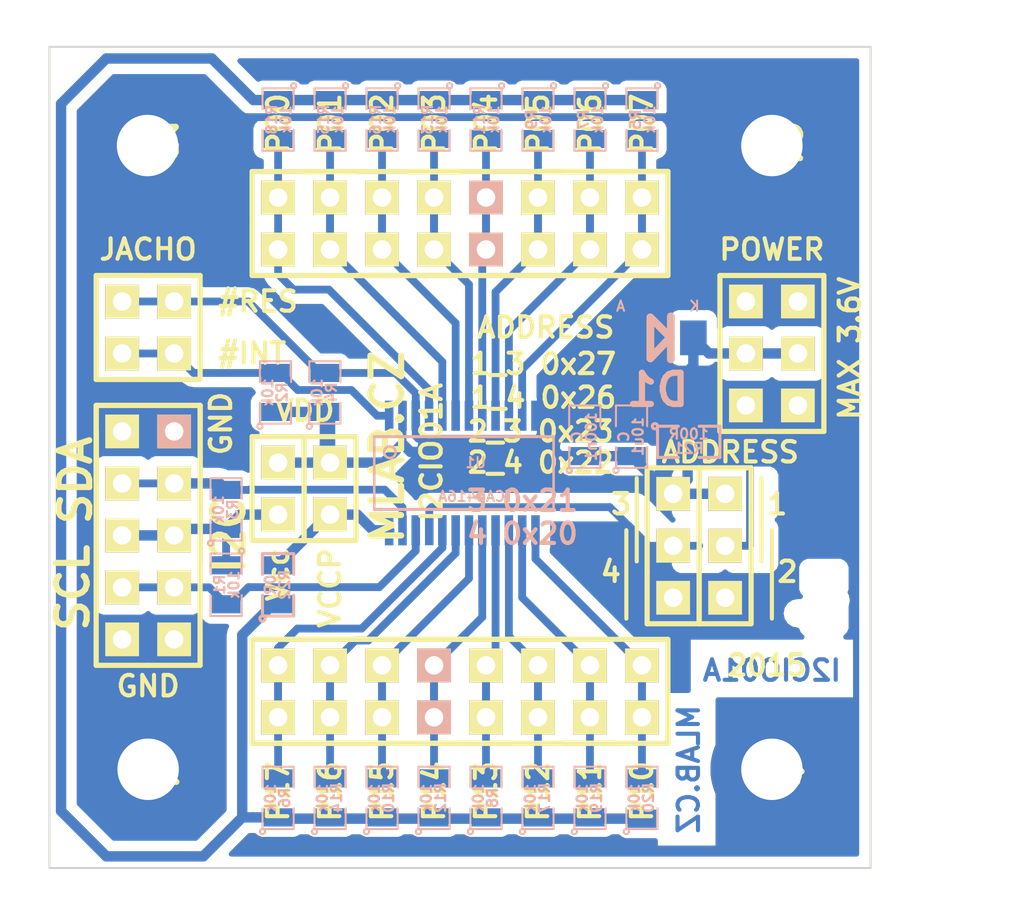
<source format=kicad_pcb>
(kicad_pcb (version 4) (host pcbnew "(2014-08-29 BZR 5106)-product")

  (general
    (links 113)
    (no_connects 0)
    (area 0.205999 -30.274001 40.434001 9.954001)
    (thickness 1.6)
    (drawings 53)
    (tracks 232)
    (zones 0)
    (modules 39)
    (nets 28)
  )

  (page A4)
  (layers
    (0 F.Cu signal hide)
    (31 B.Cu signal)
    (32 B.Adhes user hide)
    (33 F.Adhes user hide)
    (34 B.Paste user hide)
    (35 F.Paste user hide)
    (36 B.SilkS user)
    (37 F.SilkS user)
    (38 B.Mask user)
    (39 F.Mask user)
    (40 Dwgs.User user hide)
    (41 Cmts.User user)
    (42 Eco1.User user hide)
    (43 Eco2.User user hide)
    (44 Edge.Cuts user)
    (45 Margin user hide)
    (46 B.CrtYd user hide)
    (47 F.CrtYd user hide)
    (48 B.Fab user)
    (49 F.Fab user)
  )

  (setup
    (last_trace_width 0.381)
    (user_trace_width 0.381)
    (user_trace_width 0.508)
    (trace_clearance 0.2)
    (zone_clearance 0.508)
    (zone_45_only no)
    (trace_min 0.254)
    (segment_width 0.2)
    (edge_width 0.1)
    (via_size 0.889)
    (via_drill 0.635)
    (via_min_size 0.889)
    (via_min_drill 0.508)
    (uvia_size 0.508)
    (uvia_drill 0.127)
    (uvias_allowed no)
    (uvia_min_size 0.508)
    (uvia_min_drill 0.127)
    (pcb_text_width 0.3)
    (pcb_text_size 1.5 1.5)
    (mod_edge_width 0.15)
    (mod_text_size 1 1)
    (mod_text_width 0.15)
    (pad_size 6 6)
    (pad_drill 3)
    (pad_to_mask_clearance 0)
    (aux_axis_origin 0 0)
    (visible_elements 7FFFFF7F)
    (pcbplotparams
      (layerselection 0x00030_80000001)
      (usegerberextensions false)
      (excludeedgelayer true)
      (linewidth 0.100000)
      (plotframeref false)
      (viasonmask false)
      (mode 1)
      (useauxorigin false)
      (hpglpennumber 1)
      (hpglpenspeed 20)
      (hpglpendiameter 15)
      (hpglpenoverlay 2)
      (psnegative false)
      (psa4output false)
      (plotreference true)
      (plotvalue true)
      (plotinvisibletext false)
      (padsonsilk false)
      (subtractmaskfromsilk false)
      (outputformat 1)
      (mirror false)
      (drillshape 1)
      (scaleselection 1)
      (outputdirectory ""))
  )

  (net 0 "")
  (net 1 VDD)
  (net 2 GND)
  (net 3 /#RES)
  (net 4 /#INT)
  (net 5 /SCL)
  (net 6 /SDA)
  (net 7 /A0)
  (net 8 /Vccp)
  (net 9 /P01)
  (net 10 /P00)
  (net 11 /P07)
  (net 12 /P06)
  (net 13 /P02)
  (net 14 /P05)
  (net 15 /P04)
  (net 16 /P03)
  (net 17 /P11)
  (net 18 /P10)
  (net 19 /P17)
  (net 20 /P16)
  (net 21 /P12)
  (net 22 /P15)
  (net 23 /P14)
  (net 24 /P13)
  (net 25 "Net-(J2-Pad3)")
  (net 26 "Net-(R10-Pad1)")
  (net 27 "Net-(J9-Pad2)")

  (net_class Default "Toto je výchozí třída sítě."
    (clearance 0.2)
    (trace_width 0.381)
    (via_dia 0.889)
    (via_drill 0.635)
    (uvia_dia 0.508)
    (uvia_drill 0.127)
    (add_net /#INT)
    (add_net /#RES)
    (add_net /A0)
    (add_net /P00)
    (add_net /P01)
    (add_net /P02)
    (add_net /P03)
    (add_net /P04)
    (add_net /P05)
    (add_net /P06)
    (add_net /P07)
    (add_net /P10)
    (add_net /P11)
    (add_net /P12)
    (add_net /P13)
    (add_net /P14)
    (add_net /P15)
    (add_net /P16)
    (add_net /P17)
    (add_net /SCL)
    (add_net /SDA)
    (add_net GND)
    (add_net "Net-(J2-Pad3)")
    (add_net "Net-(J9-Pad2)")
    (add_net "Net-(R10-Pad1)")
  )

  (net_class vdd ""
    (clearance 0.2)
    (trace_width 0.508)
    (via_dia 0.889)
    (via_drill 0.635)
    (uvia_dia 0.508)
    (uvia_drill 0.127)
    (add_net /Vccp)
    (add_net VDD)
  )

  (module SMD_Packages:SMD-0805 (layer B.Cu) (tedit 5469D2AF) (tstamp 54745E87)
    (at 28.702 -11.176 90)
    (path /5469D39D)
    (attr smd)
    (fp_text reference 10u1 (at 0 0.3175 90) (layer B.SilkS)
      (effects (font (size 0.50038 0.50038) (thickness 0.10922)) (justify mirror))
    )
    (fp_text value C (at 0 -0.381 90) (layer B.SilkS)
      (effects (font (size 0.50038 0.50038) (thickness 0.10922)) (justify mirror))
    )
    (fp_circle (center -1.651 -0.762) (end -1.651 -0.635) (layer B.SilkS) (width 0.09906))
    (fp_line (start -0.508 -0.762) (end -1.524 -0.762) (layer B.SilkS) (width 0.09906))
    (fp_line (start -1.524 -0.762) (end -1.524 0.762) (layer B.SilkS) (width 0.09906))
    (fp_line (start -1.524 0.762) (end -0.508 0.762) (layer B.SilkS) (width 0.09906))
    (fp_line (start 0.508 0.762) (end 1.524 0.762) (layer B.SilkS) (width 0.09906))
    (fp_line (start 1.524 0.762) (end 1.524 -0.762) (layer B.SilkS) (width 0.09906))
    (fp_line (start 1.524 -0.762) (end 0.508 -0.762) (layer B.SilkS) (width 0.09906))
    (pad 1 smd rect (at -0.9525 0 90) (size 0.889 1.397) (layers B.Cu B.Paste B.Mask)
      (net 1 VDD))
    (pad 2 smd rect (at 0.9525 0 90) (size 0.889 1.397) (layers B.Cu B.Paste B.Mask)
      (net 2 GND))
    (model smd/chip_cms.wrl
      (at (xyz 0 0 0))
      (scale (xyz 0.1 0.1 0.1))
      (rotate (xyz 0 0 0))
    )
  )

  (module SMD_Packages:SMD-0805 (layer B.Cu) (tedit 5469D2AF) (tstamp 54745F73)
    (at 26.416 -11.176 90)
    (path /5469D318)
    (attr smd)
    (fp_text reference 100n1 (at 0 0.3175 90) (layer B.SilkS)
      (effects (font (size 0.50038 0.50038) (thickness 0.10922)) (justify mirror))
    )
    (fp_text value C (at 0 -0.381 90) (layer B.SilkS)
      (effects (font (size 0.50038 0.50038) (thickness 0.10922)) (justify mirror))
    )
    (fp_circle (center -1.651 -0.762) (end -1.651 -0.635) (layer B.SilkS) (width 0.09906))
    (fp_line (start -0.508 -0.762) (end -1.524 -0.762) (layer B.SilkS) (width 0.09906))
    (fp_line (start -1.524 -0.762) (end -1.524 0.762) (layer B.SilkS) (width 0.09906))
    (fp_line (start -1.524 0.762) (end -0.508 0.762) (layer B.SilkS) (width 0.09906))
    (fp_line (start 0.508 0.762) (end 1.524 0.762) (layer B.SilkS) (width 0.09906))
    (fp_line (start 1.524 0.762) (end 1.524 -0.762) (layer B.SilkS) (width 0.09906))
    (fp_line (start 1.524 -0.762) (end 0.508 -0.762) (layer B.SilkS) (width 0.09906))
    (pad 1 smd rect (at -0.9525 0 90) (size 0.889 1.397) (layers B.Cu B.Paste B.Mask)
      (net 1 VDD))
    (pad 2 smd rect (at 0.9525 0 90) (size 0.889 1.397) (layers B.Cu B.Paste B.Mask)
      (net 2 GND))
    (model smd/chip_cms.wrl
      (at (xyz 0 0 0))
      (scale (xyz 0.1 0.1 0.1))
      (rotate (xyz 0 0 0))
    )
  )

  (module Diodes_SMD:Diode-MiniMELF_Standard (layer B.Cu) (tedit 5469D2AF) (tstamp 5469D345)
    (at 29.972 -16.002)
    (descr "Diode Mini-MELF Standard")
    (tags "Diode Mini-MELF Standard")
    (path /5468F21F)
    (attr smd)
    (fp_text reference D1 (at 0 2.54) (layer B.SilkS)
      (effects (font (thickness 0.3048)) (justify mirror))
    )
    (fp_text value ZENER (at 0 -3.81) (layer B.SilkS) hide
      (effects (font (thickness 0.3048)) (justify mirror))
    )
    (fp_line (start 0.65024 -0.0508) (end -0.35052 1.00076) (layer B.SilkS) (width 0.381))
    (fp_line (start -0.35052 1.00076) (end -0.35052 -1.00076) (layer B.SilkS) (width 0.381))
    (fp_line (start -0.35052 -1.00076) (end 0.65024 0) (layer B.SilkS) (width 0.381))
    (fp_line (start 0.65024 1.04902) (end 0.65024 -1.04902) (layer B.SilkS) (width 0.381))
    (fp_text user A (at -1.80086 -1.5494) (layer B.SilkS)
      (effects (font (size 0.50038 0.50038) (thickness 0.09906)) (justify mirror))
    )
    (fp_text user K (at 1.80086 -1.5494) (layer B.SilkS)
      (effects (font (size 0.50038 0.50038) (thickness 0.09906)) (justify mirror))
    )
    (fp_circle (center 0 0) (end 0 -0.55118) (layer B.Adhes) (width 0.381))
    (fp_circle (center 0 0) (end 0 -0.20066) (layer B.Adhes) (width 0.381))
    (pad 1 smd rect (at -1.75006 0) (size 1.30048 1.69926) (layers B.Cu B.Paste B.Mask)
      (net 2 GND))
    (pad 2 smd rect (at 1.75006 0) (size 1.30048 1.69926) (layers B.Cu B.Paste B.Mask)
      (net 1 VDD))
    (model Diodes_SMD/Diode-MiniMELF.wrl
      (at (xyz 0 0 0))
      (scale (xyz 0.3937 0.3937 0.3937))
      (rotate (xyz 0 0 0))
    )
  )

  (module Hrebinky:Pin_Header_Straight_2x03 placed (layer F.Cu) (tedit 54758468) (tstamp 54758520)
    (at 35.56 -15.24 90)
    (descr "1 pin")
    (tags "CONN DEV")
    (path /5468EC1F)
    (fp_text reference J3 (at 1.778 10.922 90) (layer F.SilkS) hide
      (effects (font (size 1.27 1.27) (thickness 0.2032)))
    )
    (fp_text value JUMP_3X2 (at 0 0 90) (layer F.SilkS) hide
      (effects (font (size 1.27 1.27) (thickness 0.2032)))
    )
    (fp_line (start -3.81 2.54) (end 3.81 2.54) (layer F.SilkS) (width 0.254))
    (fp_line (start 3.81 2.54) (end 3.81 -2.54) (layer F.SilkS) (width 0.254))
    (fp_line (start 3.81 -2.54) (end -1.27 -2.54) (layer F.SilkS) (width 0.254))
    (fp_line (start -3.81 2.54) (end -3.81 0) (layer F.SilkS) (width 0.254))
    (fp_line (start -3.81 -2.54) (end -3.81 0) (layer F.SilkS) (width 0.254))
    (fp_line (start -1.27 -2.54) (end -3.81 -2.54) (layer F.SilkS) (width 0.254))
    (pad 1 thru_hole rect (at -2.54 1.27 90) (size 1.651 1.651) (drill 0.9) (layers *.Cu *.Mask F.SilkS)
      (net 2 GND))
    (pad 2 thru_hole rect (at 0 1.27 90) (size 1.651 1.651) (drill 0.9) (layers *.Cu *.Mask F.SilkS)
      (net 1 VDD))
    (pad 3 thru_hole rect (at 2.54 1.27 90) (size 1.651 1.651) (drill 0.9) (layers *.Cu *.Mask F.SilkS)
      (net 2 GND))
    (pad 4 thru_hole rect (at 2.54 -1.27 90) (size 1.651 1.651) (drill 0.9) (layers *.Cu *.Mask F.SilkS)
      (net 2 GND))
    (pad 5 thru_hole rect (at 0 -1.27 90) (size 1.651 1.651) (drill 0.9) (layers *.Cu *.Mask F.SilkS)
      (net 1 VDD))
    (pad 6 thru_hole rect (at -2.54 -1.27 90) (size 1.651 1.651) (drill 0.9) (layers *.Cu *.Mask F.SilkS)
      (net 2 GND))
    (model Pin_Headers/Pin_Header_Straight_2x03.wrl
      (at (xyz 0 0 0))
      (scale (xyz 1 1 1))
      (rotate (xyz 0 0 0))
    )
  )

  (module SMD_Packages:SMD-0805 (layer B.Cu) (tedit 5469D2AF) (tstamp 5469D3A3)
    (at 8.89 -3.937 270)
    (path /54686C9D)
    (attr smd)
    (fp_text reference R1 (at 0 0.3175 270) (layer B.SilkS)
      (effects (font (size 0.50038 0.50038) (thickness 0.10922)) (justify mirror))
    )
    (fp_text value 10k (at 0 -0.381 270) (layer B.SilkS)
      (effects (font (size 0.50038 0.50038) (thickness 0.10922)) (justify mirror))
    )
    (fp_circle (center -1.651 -0.762) (end -1.651 -0.635) (layer B.SilkS) (width 0.09906))
    (fp_line (start -0.508 -0.762) (end -1.524 -0.762) (layer B.SilkS) (width 0.09906))
    (fp_line (start -1.524 -0.762) (end -1.524 0.762) (layer B.SilkS) (width 0.09906))
    (fp_line (start -1.524 0.762) (end -0.508 0.762) (layer B.SilkS) (width 0.09906))
    (fp_line (start 0.508 0.762) (end 1.524 0.762) (layer B.SilkS) (width 0.09906))
    (fp_line (start 1.524 0.762) (end 1.524 -0.762) (layer B.SilkS) (width 0.09906))
    (fp_line (start 1.524 -0.762) (end 0.508 -0.762) (layer B.SilkS) (width 0.09906))
    (pad 1 smd rect (at -0.9525 0 270) (size 0.889 1.397) (layers B.Cu B.Paste B.Mask)
      (net 25 "Net-(J2-Pad3)"))
    (pad 2 smd rect (at 0.9525 0 270) (size 0.889 1.397) (layers B.Cu B.Paste B.Mask)
      (net 5 /SCL))
    (model smd/chip_cms.wrl
      (at (xyz 0 0 0))
      (scale (xyz 0.1 0.1 0.1))
      (rotate (xyz 0 0 0))
    )
  )

  (module SMD_Packages:SMD-0805 (layer B.Cu) (tedit 5469D2AF) (tstamp 5469D3A9)
    (at 11.303 -13.335 90)
    (path /54689A1B)
    (attr smd)
    (fp_text reference R2 (at 0 0.3175 90) (layer B.SilkS)
      (effects (font (size 0.50038 0.50038) (thickness 0.10922)) (justify mirror))
    )
    (fp_text value 10k (at 0 -0.381 90) (layer B.SilkS)
      (effects (font (size 0.50038 0.50038) (thickness 0.10922)) (justify mirror))
    )
    (fp_circle (center -1.651 -0.762) (end -1.651 -0.635) (layer B.SilkS) (width 0.09906))
    (fp_line (start -0.508 -0.762) (end -1.524 -0.762) (layer B.SilkS) (width 0.09906))
    (fp_line (start -1.524 -0.762) (end -1.524 0.762) (layer B.SilkS) (width 0.09906))
    (fp_line (start -1.524 0.762) (end -0.508 0.762) (layer B.SilkS) (width 0.09906))
    (fp_line (start 0.508 0.762) (end 1.524 0.762) (layer B.SilkS) (width 0.09906))
    (fp_line (start 1.524 0.762) (end 1.524 -0.762) (layer B.SilkS) (width 0.09906))
    (fp_line (start 1.524 -0.762) (end 0.508 -0.762) (layer B.SilkS) (width 0.09906))
    (pad 1 smd rect (at -0.9525 0 90) (size 0.889 1.397) (layers B.Cu B.Paste B.Mask)
      (net 1 VDD))
    (pad 2 smd rect (at 0.9525 0 90) (size 0.889 1.397) (layers B.Cu B.Paste B.Mask)
      (net 4 /#INT))
    (model smd/chip_cms.wrl
      (at (xyz 0 0 0))
      (scale (xyz 0.1 0.1 0.1))
      (rotate (xyz 0 0 0))
    )
  )

  (module SMD_Packages:SMD-0805 (layer B.Cu) (tedit 5469D2AF) (tstamp 5469D3AF)
    (at 8.89 -7.62 90)
    (path /54686C56)
    (attr smd)
    (fp_text reference R3 (at 0 0.3175 90) (layer B.SilkS)
      (effects (font (size 0.50038 0.50038) (thickness 0.10922)) (justify mirror))
    )
    (fp_text value 10k (at 0 -0.381 90) (layer B.SilkS)
      (effects (font (size 0.50038 0.50038) (thickness 0.10922)) (justify mirror))
    )
    (fp_circle (center -1.651 -0.762) (end -1.651 -0.635) (layer B.SilkS) (width 0.09906))
    (fp_line (start -0.508 -0.762) (end -1.524 -0.762) (layer B.SilkS) (width 0.09906))
    (fp_line (start -1.524 -0.762) (end -1.524 0.762) (layer B.SilkS) (width 0.09906))
    (fp_line (start -1.524 0.762) (end -0.508 0.762) (layer B.SilkS) (width 0.09906))
    (fp_line (start 0.508 0.762) (end 1.524 0.762) (layer B.SilkS) (width 0.09906))
    (fp_line (start 1.524 0.762) (end 1.524 -0.762) (layer B.SilkS) (width 0.09906))
    (fp_line (start 1.524 -0.762) (end 0.508 -0.762) (layer B.SilkS) (width 0.09906))
    (pad 1 smd rect (at -0.9525 0 90) (size 0.889 1.397) (layers B.Cu B.Paste B.Mask)
      (net 25 "Net-(J2-Pad3)"))
    (pad 2 smd rect (at 0.9525 0 90) (size 0.889 1.397) (layers B.Cu B.Paste B.Mask)
      (net 6 /SDA))
    (model smd/chip_cms.wrl
      (at (xyz 0 0 0))
      (scale (xyz 0.1 0.1 0.1))
      (rotate (xyz 0 0 0))
    )
  )

  (module SMD_Packages:SMD-0805 (layer B.Cu) (tedit 5469D2AF) (tstamp 5469D3B5)
    (at 13.716 -13.335 90)
    (path /54689A9E)
    (attr smd)
    (fp_text reference R4 (at 0 0.3175 90) (layer B.SilkS)
      (effects (font (size 0.50038 0.50038) (thickness 0.10922)) (justify mirror))
    )
    (fp_text value 10k (at 0 -0.381 90) (layer B.SilkS)
      (effects (font (size 0.50038 0.50038) (thickness 0.10922)) (justify mirror))
    )
    (fp_circle (center -1.651 -0.762) (end -1.651 -0.635) (layer B.SilkS) (width 0.09906))
    (fp_line (start -0.508 -0.762) (end -1.524 -0.762) (layer B.SilkS) (width 0.09906))
    (fp_line (start -1.524 -0.762) (end -1.524 0.762) (layer B.SilkS) (width 0.09906))
    (fp_line (start -1.524 0.762) (end -0.508 0.762) (layer B.SilkS) (width 0.09906))
    (fp_line (start 0.508 0.762) (end 1.524 0.762) (layer B.SilkS) (width 0.09906))
    (fp_line (start 1.524 0.762) (end 1.524 -0.762) (layer B.SilkS) (width 0.09906))
    (fp_line (start 1.524 -0.762) (end 0.508 -0.762) (layer B.SilkS) (width 0.09906))
    (pad 1 smd rect (at -0.9525 0 90) (size 0.889 1.397) (layers B.Cu B.Paste B.Mask)
      (net 1 VDD))
    (pad 2 smd rect (at 0.9525 0 90) (size 0.889 1.397) (layers B.Cu B.Paste B.Mask)
      (net 3 /#RES))
    (model smd/chip_cms.wrl
      (at (xyz 0 0 0))
      (scale (xyz 0.1 0.1 0.1))
      (rotate (xyz 0 0 0))
    )
  )

  (module SMD_Packages:SMD-0805 (layer B.Cu) (tedit 5469D2AF) (tstamp 5469D6D1)
    (at 29.21 -26.67 270)
    (path /5468B3EC)
    (attr smd)
    (fp_text reference R5 (at 0 0.3175 270) (layer B.SilkS)
      (effects (font (size 0.50038 0.50038) (thickness 0.10922)) (justify mirror))
    )
    (fp_text value 10k (at 0 -0.381 270) (layer B.SilkS)
      (effects (font (size 0.50038 0.50038) (thickness 0.10922)) (justify mirror))
    )
    (fp_circle (center -1.651 -0.762) (end -1.651 -0.635) (layer B.SilkS) (width 0.09906))
    (fp_line (start -0.508 -0.762) (end -1.524 -0.762) (layer B.SilkS) (width 0.09906))
    (fp_line (start -1.524 -0.762) (end -1.524 0.762) (layer B.SilkS) (width 0.09906))
    (fp_line (start -1.524 0.762) (end -0.508 0.762) (layer B.SilkS) (width 0.09906))
    (fp_line (start 0.508 0.762) (end 1.524 0.762) (layer B.SilkS) (width 0.09906))
    (fp_line (start 1.524 0.762) (end 1.524 -0.762) (layer B.SilkS) (width 0.09906))
    (fp_line (start 1.524 -0.762) (end 0.508 -0.762) (layer B.SilkS) (width 0.09906))
    (pad 1 smd rect (at -0.9525 0 270) (size 0.889 1.397) (layers B.Cu B.Paste B.Mask)
      (net 26 "Net-(R10-Pad1)"))
    (pad 2 smd rect (at 0.9525 0 270) (size 0.889 1.397) (layers B.Cu B.Paste B.Mask)
      (net 11 /P07))
    (model smd/chip_cms.wrl
      (at (xyz 0 0 0))
      (scale (xyz 0.1 0.1 0.1))
      (rotate (xyz 0 0 0))
    )
  )

  (module SMD_Packages:SMD-0805 (layer B.Cu) (tedit 5469D2AF) (tstamp 5469D3C1)
    (at 11.43 6.477 90)
    (path /5468C6CB)
    (attr smd)
    (fp_text reference R6 (at 0 0.3175 90) (layer B.SilkS)
      (effects (font (size 0.50038 0.50038) (thickness 0.10922)) (justify mirror))
    )
    (fp_text value 10k (at 0 -0.381 90) (layer B.SilkS)
      (effects (font (size 0.50038 0.50038) (thickness 0.10922)) (justify mirror))
    )
    (fp_circle (center -1.651 -0.762) (end -1.651 -0.635) (layer B.SilkS) (width 0.09906))
    (fp_line (start -0.508 -0.762) (end -1.524 -0.762) (layer B.SilkS) (width 0.09906))
    (fp_line (start -1.524 -0.762) (end -1.524 0.762) (layer B.SilkS) (width 0.09906))
    (fp_line (start -1.524 0.762) (end -0.508 0.762) (layer B.SilkS) (width 0.09906))
    (fp_line (start 0.508 0.762) (end 1.524 0.762) (layer B.SilkS) (width 0.09906))
    (fp_line (start 1.524 0.762) (end 1.524 -0.762) (layer B.SilkS) (width 0.09906))
    (fp_line (start 1.524 -0.762) (end 0.508 -0.762) (layer B.SilkS) (width 0.09906))
    (pad 1 smd rect (at -0.9525 0 90) (size 0.889 1.397) (layers B.Cu B.Paste B.Mask)
      (net 26 "Net-(R10-Pad1)"))
    (pad 2 smd rect (at 0.9525 0 90) (size 0.889 1.397) (layers B.Cu B.Paste B.Mask)
      (net 19 /P17))
    (model smd/chip_cms.wrl
      (at (xyz 0 0 0))
      (scale (xyz 0.1 0.1 0.1))
      (rotate (xyz 0 0 0))
    )
  )

  (module SMD_Packages:SMD-0805 (layer B.Cu) (tedit 5469D2AF) (tstamp 5469D3C7)
    (at 26.67 -26.67 270)
    (path /5468B419)
    (attr smd)
    (fp_text reference R7 (at 0 0.3175 270) (layer B.SilkS)
      (effects (font (size 0.50038 0.50038) (thickness 0.10922)) (justify mirror))
    )
    (fp_text value 10k (at 0 -0.381 270) (layer B.SilkS)
      (effects (font (size 0.50038 0.50038) (thickness 0.10922)) (justify mirror))
    )
    (fp_circle (center -1.651 -0.762) (end -1.651 -0.635) (layer B.SilkS) (width 0.09906))
    (fp_line (start -0.508 -0.762) (end -1.524 -0.762) (layer B.SilkS) (width 0.09906))
    (fp_line (start -1.524 -0.762) (end -1.524 0.762) (layer B.SilkS) (width 0.09906))
    (fp_line (start -1.524 0.762) (end -0.508 0.762) (layer B.SilkS) (width 0.09906))
    (fp_line (start 0.508 0.762) (end 1.524 0.762) (layer B.SilkS) (width 0.09906))
    (fp_line (start 1.524 0.762) (end 1.524 -0.762) (layer B.SilkS) (width 0.09906))
    (fp_line (start 1.524 -0.762) (end 0.508 -0.762) (layer B.SilkS) (width 0.09906))
    (pad 1 smd rect (at -0.9525 0 270) (size 0.889 1.397) (layers B.Cu B.Paste B.Mask)
      (net 26 "Net-(R10-Pad1)"))
    (pad 2 smd rect (at 0.9525 0 270) (size 0.889 1.397) (layers B.Cu B.Paste B.Mask)
      (net 12 /P06))
    (model smd/chip_cms.wrl
      (at (xyz 0 0 0))
      (scale (xyz 0.1 0.1 0.1))
      (rotate (xyz 0 0 0))
    )
  )

  (module SMD_Packages:SMD-0805 (layer B.Cu) (tedit 5469D2AF) (tstamp 5469D3CD)
    (at 21.59 6.477 90)
    (path /5468C73A)
    (attr smd)
    (fp_text reference R8 (at 0 0.3175 90) (layer B.SilkS)
      (effects (font (size 0.50038 0.50038) (thickness 0.10922)) (justify mirror))
    )
    (fp_text value 10k (at 0 -0.381 90) (layer B.SilkS)
      (effects (font (size 0.50038 0.50038) (thickness 0.10922)) (justify mirror))
    )
    (fp_circle (center -1.651 -0.762) (end -1.651 -0.635) (layer B.SilkS) (width 0.09906))
    (fp_line (start -0.508 -0.762) (end -1.524 -0.762) (layer B.SilkS) (width 0.09906))
    (fp_line (start -1.524 -0.762) (end -1.524 0.762) (layer B.SilkS) (width 0.09906))
    (fp_line (start -1.524 0.762) (end -0.508 0.762) (layer B.SilkS) (width 0.09906))
    (fp_line (start 0.508 0.762) (end 1.524 0.762) (layer B.SilkS) (width 0.09906))
    (fp_line (start 1.524 0.762) (end 1.524 -0.762) (layer B.SilkS) (width 0.09906))
    (fp_line (start 1.524 -0.762) (end 0.508 -0.762) (layer B.SilkS) (width 0.09906))
    (pad 1 smd rect (at -0.9525 0 90) (size 0.889 1.397) (layers B.Cu B.Paste B.Mask)
      (net 26 "Net-(R10-Pad1)"))
    (pad 2 smd rect (at 0.9525 0 90) (size 0.889 1.397) (layers B.Cu B.Paste B.Mask)
      (net 24 /P13))
    (model smd/chip_cms.wrl
      (at (xyz 0 0 0))
      (scale (xyz 0.1 0.1 0.1))
      (rotate (xyz 0 0 0))
    )
  )

  (module SMD_Packages:SMD-0805 (layer B.Cu) (tedit 5469D2AF) (tstamp 5469D3D3)
    (at 24.13 -26.67 270)
    (path /5468B438)
    (attr smd)
    (fp_text reference R9 (at 0 0.3175 270) (layer B.SilkS)
      (effects (font (size 0.50038 0.50038) (thickness 0.10922)) (justify mirror))
    )
    (fp_text value 10k (at 0 -0.381 270) (layer B.SilkS)
      (effects (font (size 0.50038 0.50038) (thickness 0.10922)) (justify mirror))
    )
    (fp_circle (center -1.651 -0.762) (end -1.651 -0.635) (layer B.SilkS) (width 0.09906))
    (fp_line (start -0.508 -0.762) (end -1.524 -0.762) (layer B.SilkS) (width 0.09906))
    (fp_line (start -1.524 -0.762) (end -1.524 0.762) (layer B.SilkS) (width 0.09906))
    (fp_line (start -1.524 0.762) (end -0.508 0.762) (layer B.SilkS) (width 0.09906))
    (fp_line (start 0.508 0.762) (end 1.524 0.762) (layer B.SilkS) (width 0.09906))
    (fp_line (start 1.524 0.762) (end 1.524 -0.762) (layer B.SilkS) (width 0.09906))
    (fp_line (start 1.524 -0.762) (end 0.508 -0.762) (layer B.SilkS) (width 0.09906))
    (pad 1 smd rect (at -0.9525 0 270) (size 0.889 1.397) (layers B.Cu B.Paste B.Mask)
      (net 26 "Net-(R10-Pad1)"))
    (pad 2 smd rect (at 0.9525 0 270) (size 0.889 1.397) (layers B.Cu B.Paste B.Mask)
      (net 14 /P05))
    (model smd/chip_cms.wrl
      (at (xyz 0 0 0))
      (scale (xyz 0.1 0.1 0.1))
      (rotate (xyz 0 0 0))
    )
  )

  (module SMD_Packages:SMD-0805 (layer B.Cu) (tedit 5469D2AF) (tstamp 5469D3D9)
    (at 16.51 6.477 90)
    (path /5468C75B)
    (attr smd)
    (fp_text reference R10 (at 0 0.3175 90) (layer B.SilkS)
      (effects (font (size 0.50038 0.50038) (thickness 0.10922)) (justify mirror))
    )
    (fp_text value 10k (at 0 -0.381 90) (layer B.SilkS)
      (effects (font (size 0.50038 0.50038) (thickness 0.10922)) (justify mirror))
    )
    (fp_circle (center -1.651 -0.762) (end -1.651 -0.635) (layer B.SilkS) (width 0.09906))
    (fp_line (start -0.508 -0.762) (end -1.524 -0.762) (layer B.SilkS) (width 0.09906))
    (fp_line (start -1.524 -0.762) (end -1.524 0.762) (layer B.SilkS) (width 0.09906))
    (fp_line (start -1.524 0.762) (end -0.508 0.762) (layer B.SilkS) (width 0.09906))
    (fp_line (start 0.508 0.762) (end 1.524 0.762) (layer B.SilkS) (width 0.09906))
    (fp_line (start 1.524 0.762) (end 1.524 -0.762) (layer B.SilkS) (width 0.09906))
    (fp_line (start 1.524 -0.762) (end 0.508 -0.762) (layer B.SilkS) (width 0.09906))
    (pad 1 smd rect (at -0.9525 0 90) (size 0.889 1.397) (layers B.Cu B.Paste B.Mask)
      (net 26 "Net-(R10-Pad1)"))
    (pad 2 smd rect (at 0.9525 0 90) (size 0.889 1.397) (layers B.Cu B.Paste B.Mask)
      (net 22 /P15))
    (model smd/chip_cms.wrl
      (at (xyz 0 0 0))
      (scale (xyz 0.1 0.1 0.1))
      (rotate (xyz 0 0 0))
    )
  )

  (module SMD_Packages:SMD-0805 (layer B.Cu) (tedit 5469D2AF) (tstamp 5469D70B)
    (at 21.59 -26.67 270)
    (path /5468B457)
    (attr smd)
    (fp_text reference R11 (at 0 0.3175 270) (layer B.SilkS)
      (effects (font (size 0.50038 0.50038) (thickness 0.10922)) (justify mirror))
    )
    (fp_text value 10k (at 0 -0.381 270) (layer B.SilkS)
      (effects (font (size 0.50038 0.50038) (thickness 0.10922)) (justify mirror))
    )
    (fp_circle (center -1.651 -0.762) (end -1.651 -0.635) (layer B.SilkS) (width 0.09906))
    (fp_line (start -0.508 -0.762) (end -1.524 -0.762) (layer B.SilkS) (width 0.09906))
    (fp_line (start -1.524 -0.762) (end -1.524 0.762) (layer B.SilkS) (width 0.09906))
    (fp_line (start -1.524 0.762) (end -0.508 0.762) (layer B.SilkS) (width 0.09906))
    (fp_line (start 0.508 0.762) (end 1.524 0.762) (layer B.SilkS) (width 0.09906))
    (fp_line (start 1.524 0.762) (end 1.524 -0.762) (layer B.SilkS) (width 0.09906))
    (fp_line (start 1.524 -0.762) (end 0.508 -0.762) (layer B.SilkS) (width 0.09906))
    (pad 1 smd rect (at -0.9525 0 270) (size 0.889 1.397) (layers B.Cu B.Paste B.Mask)
      (net 26 "Net-(R10-Pad1)"))
    (pad 2 smd rect (at 0.9525 0 270) (size 0.889 1.397) (layers B.Cu B.Paste B.Mask)
      (net 15 /P04))
    (model smd/chip_cms.wrl
      (at (xyz 0 0 0))
      (scale (xyz 0.1 0.1 0.1))
      (rotate (xyz 0 0 0))
    )
  )

  (module SMD_Packages:SMD-0805 (layer B.Cu) (tedit 5469D2AF) (tstamp 5469D3E5)
    (at 19.05 6.477 90)
    (path /5468C780)
    (attr smd)
    (fp_text reference R12 (at 0 0.3175 90) (layer B.SilkS)
      (effects (font (size 0.50038 0.50038) (thickness 0.10922)) (justify mirror))
    )
    (fp_text value 10k (at 0 -0.381 90) (layer B.SilkS)
      (effects (font (size 0.50038 0.50038) (thickness 0.10922)) (justify mirror))
    )
    (fp_circle (center -1.651 -0.762) (end -1.651 -0.635) (layer B.SilkS) (width 0.09906))
    (fp_line (start -0.508 -0.762) (end -1.524 -0.762) (layer B.SilkS) (width 0.09906))
    (fp_line (start -1.524 -0.762) (end -1.524 0.762) (layer B.SilkS) (width 0.09906))
    (fp_line (start -1.524 0.762) (end -0.508 0.762) (layer B.SilkS) (width 0.09906))
    (fp_line (start 0.508 0.762) (end 1.524 0.762) (layer B.SilkS) (width 0.09906))
    (fp_line (start 1.524 0.762) (end 1.524 -0.762) (layer B.SilkS) (width 0.09906))
    (fp_line (start 1.524 -0.762) (end 0.508 -0.762) (layer B.SilkS) (width 0.09906))
    (pad 1 smd rect (at -0.9525 0 90) (size 0.889 1.397) (layers B.Cu B.Paste B.Mask)
      (net 26 "Net-(R10-Pad1)"))
    (pad 2 smd rect (at 0.9525 0 90) (size 0.889 1.397) (layers B.Cu B.Paste B.Mask)
      (net 23 /P14))
    (model smd/chip_cms.wrl
      (at (xyz 0 0 0))
      (scale (xyz 0.1 0.1 0.1))
      (rotate (xyz 0 0 0))
    )
  )

  (module SMD_Packages:SMD-0805 (layer B.Cu) (tedit 5469D2AF) (tstamp 5469D6EB)
    (at 19.05 -26.67 270)
    (path /5468B47C)
    (attr smd)
    (fp_text reference R13 (at 0 0.3175 270) (layer B.SilkS)
      (effects (font (size 0.50038 0.50038) (thickness 0.10922)) (justify mirror))
    )
    (fp_text value 10k (at 0 -0.381 270) (layer B.SilkS)
      (effects (font (size 0.50038 0.50038) (thickness 0.10922)) (justify mirror))
    )
    (fp_circle (center -1.651 -0.762) (end -1.651 -0.635) (layer B.SilkS) (width 0.09906))
    (fp_line (start -0.508 -0.762) (end -1.524 -0.762) (layer B.SilkS) (width 0.09906))
    (fp_line (start -1.524 -0.762) (end -1.524 0.762) (layer B.SilkS) (width 0.09906))
    (fp_line (start -1.524 0.762) (end -0.508 0.762) (layer B.SilkS) (width 0.09906))
    (fp_line (start 0.508 0.762) (end 1.524 0.762) (layer B.SilkS) (width 0.09906))
    (fp_line (start 1.524 0.762) (end 1.524 -0.762) (layer B.SilkS) (width 0.09906))
    (fp_line (start 1.524 -0.762) (end 0.508 -0.762) (layer B.SilkS) (width 0.09906))
    (pad 1 smd rect (at -0.9525 0 270) (size 0.889 1.397) (layers B.Cu B.Paste B.Mask)
      (net 26 "Net-(R10-Pad1)"))
    (pad 2 smd rect (at 0.9525 0 270) (size 0.889 1.397) (layers B.Cu B.Paste B.Mask)
      (net 16 /P03))
    (model smd/chip_cms.wrl
      (at (xyz 0 0 0))
      (scale (xyz 0.1 0.1 0.1))
      (rotate (xyz 0 0 0))
    )
  )

  (module SMD_Packages:SMD-0805 (layer B.Cu) (tedit 5469D2AF) (tstamp 5469D3F1)
    (at 13.97 6.477 90)
    (path /5468C7A3)
    (attr smd)
    (fp_text reference R14 (at 0 0.3175 90) (layer B.SilkS)
      (effects (font (size 0.50038 0.50038) (thickness 0.10922)) (justify mirror))
    )
    (fp_text value 10k (at 0 -0.381 90) (layer B.SilkS)
      (effects (font (size 0.50038 0.50038) (thickness 0.10922)) (justify mirror))
    )
    (fp_circle (center -1.651 -0.762) (end -1.651 -0.635) (layer B.SilkS) (width 0.09906))
    (fp_line (start -0.508 -0.762) (end -1.524 -0.762) (layer B.SilkS) (width 0.09906))
    (fp_line (start -1.524 -0.762) (end -1.524 0.762) (layer B.SilkS) (width 0.09906))
    (fp_line (start -1.524 0.762) (end -0.508 0.762) (layer B.SilkS) (width 0.09906))
    (fp_line (start 0.508 0.762) (end 1.524 0.762) (layer B.SilkS) (width 0.09906))
    (fp_line (start 1.524 0.762) (end 1.524 -0.762) (layer B.SilkS) (width 0.09906))
    (fp_line (start 1.524 -0.762) (end 0.508 -0.762) (layer B.SilkS) (width 0.09906))
    (pad 1 smd rect (at -0.9525 0 90) (size 0.889 1.397) (layers B.Cu B.Paste B.Mask)
      (net 26 "Net-(R10-Pad1)"))
    (pad 2 smd rect (at 0.9525 0 90) (size 0.889 1.397) (layers B.Cu B.Paste B.Mask)
      (net 20 /P16))
    (model smd/chip_cms.wrl
      (at (xyz 0 0 0))
      (scale (xyz 0.1 0.1 0.1))
      (rotate (xyz 0 0 0))
    )
  )

  (module SMD_Packages:SMD-0805 (layer B.Cu) (tedit 5469D2AF) (tstamp 5469D65B)
    (at 13.97 -26.67 270)
    (path /5468B49B)
    (attr smd)
    (fp_text reference R15 (at 0 0.3175 270) (layer B.SilkS)
      (effects (font (size 0.50038 0.50038) (thickness 0.10922)) (justify mirror))
    )
    (fp_text value 10k (at 0 -0.381 270) (layer B.SilkS)
      (effects (font (size 0.50038 0.50038) (thickness 0.10922)) (justify mirror))
    )
    (fp_circle (center -1.651 -0.762) (end -1.651 -0.635) (layer B.SilkS) (width 0.09906))
    (fp_line (start -0.508 -0.762) (end -1.524 -0.762) (layer B.SilkS) (width 0.09906))
    (fp_line (start -1.524 -0.762) (end -1.524 0.762) (layer B.SilkS) (width 0.09906))
    (fp_line (start -1.524 0.762) (end -0.508 0.762) (layer B.SilkS) (width 0.09906))
    (fp_line (start 0.508 0.762) (end 1.524 0.762) (layer B.SilkS) (width 0.09906))
    (fp_line (start 1.524 0.762) (end 1.524 -0.762) (layer B.SilkS) (width 0.09906))
    (fp_line (start 1.524 -0.762) (end 0.508 -0.762) (layer B.SilkS) (width 0.09906))
    (pad 1 smd rect (at -0.9525 0 270) (size 0.889 1.397) (layers B.Cu B.Paste B.Mask)
      (net 26 "Net-(R10-Pad1)"))
    (pad 2 smd rect (at 0.9525 0 270) (size 0.889 1.397) (layers B.Cu B.Paste B.Mask)
      (net 9 /P01))
    (model smd/chip_cms.wrl
      (at (xyz 0 0 0))
      (scale (xyz 0.1 0.1 0.1))
      (rotate (xyz 0 0 0))
    )
  )

  (module SMD_Packages:SMD-0805 (layer B.Cu) (tedit 5469D2AF) (tstamp 5469D3FD)
    (at 16.51 -26.67 270)
    (path /5468C7D0)
    (attr smd)
    (fp_text reference R16 (at 0 0.3175 270) (layer B.SilkS)
      (effects (font (size 0.50038 0.50038) (thickness 0.10922)) (justify mirror))
    )
    (fp_text value 10k (at 0 -0.381 270) (layer B.SilkS)
      (effects (font (size 0.50038 0.50038) (thickness 0.10922)) (justify mirror))
    )
    (fp_circle (center -1.651 -0.762) (end -1.651 -0.635) (layer B.SilkS) (width 0.09906))
    (fp_line (start -0.508 -0.762) (end -1.524 -0.762) (layer B.SilkS) (width 0.09906))
    (fp_line (start -1.524 -0.762) (end -1.524 0.762) (layer B.SilkS) (width 0.09906))
    (fp_line (start -1.524 0.762) (end -0.508 0.762) (layer B.SilkS) (width 0.09906))
    (fp_line (start 0.508 0.762) (end 1.524 0.762) (layer B.SilkS) (width 0.09906))
    (fp_line (start 1.524 0.762) (end 1.524 -0.762) (layer B.SilkS) (width 0.09906))
    (fp_line (start 1.524 -0.762) (end 0.508 -0.762) (layer B.SilkS) (width 0.09906))
    (pad 1 smd rect (at -0.9525 0 270) (size 0.889 1.397) (layers B.Cu B.Paste B.Mask)
      (net 26 "Net-(R10-Pad1)"))
    (pad 2 smd rect (at 0.9525 0 270) (size 0.889 1.397) (layers B.Cu B.Paste B.Mask)
      (net 13 /P02))
    (model smd/chip_cms.wrl
      (at (xyz 0 0 0))
      (scale (xyz 0.1 0.1 0.1))
      (rotate (xyz 0 0 0))
    )
  )

  (module SMD_Packages:SMD-0805 (layer B.Cu) (tedit 5469D2AF) (tstamp 5469D67B)
    (at 24.13 6.477 90)
    (path /5468B4B8)
    (attr smd)
    (fp_text reference R17 (at 0 0.3175 90) (layer B.SilkS)
      (effects (font (size 0.50038 0.50038) (thickness 0.10922)) (justify mirror))
    )
    (fp_text value 10k (at 0 -0.381 90) (layer B.SilkS)
      (effects (font (size 0.50038 0.50038) (thickness 0.10922)) (justify mirror))
    )
    (fp_circle (center -1.651 -0.762) (end -1.651 -0.635) (layer B.SilkS) (width 0.09906))
    (fp_line (start -0.508 -0.762) (end -1.524 -0.762) (layer B.SilkS) (width 0.09906))
    (fp_line (start -1.524 -0.762) (end -1.524 0.762) (layer B.SilkS) (width 0.09906))
    (fp_line (start -1.524 0.762) (end -0.508 0.762) (layer B.SilkS) (width 0.09906))
    (fp_line (start 0.508 0.762) (end 1.524 0.762) (layer B.SilkS) (width 0.09906))
    (fp_line (start 1.524 0.762) (end 1.524 -0.762) (layer B.SilkS) (width 0.09906))
    (fp_line (start 1.524 -0.762) (end 0.508 -0.762) (layer B.SilkS) (width 0.09906))
    (pad 1 smd rect (at -0.9525 0 90) (size 0.889 1.397) (layers B.Cu B.Paste B.Mask)
      (net 26 "Net-(R10-Pad1)"))
    (pad 2 smd rect (at 0.9525 0 90) (size 0.889 1.397) (layers B.Cu B.Paste B.Mask)
      (net 21 /P12))
    (model smd/chip_cms.wrl
      (at (xyz 0 0 0))
      (scale (xyz 0.1 0.1 0.1))
      (rotate (xyz 0 0 0))
    )
  )

  (module SMD_Packages:SMD-0805 (layer B.Cu) (tedit 5469D2AF) (tstamp 5469D409)
    (at 11.43 -26.67 270)
    (path /5468C7F9)
    (attr smd)
    (fp_text reference R18 (at 0 0.3175 270) (layer B.SilkS)
      (effects (font (size 0.50038 0.50038) (thickness 0.10922)) (justify mirror))
    )
    (fp_text value 10k (at 0 -0.381 270) (layer B.SilkS)
      (effects (font (size 0.50038 0.50038) (thickness 0.10922)) (justify mirror))
    )
    (fp_circle (center -1.651 -0.762) (end -1.651 -0.635) (layer B.SilkS) (width 0.09906))
    (fp_line (start -0.508 -0.762) (end -1.524 -0.762) (layer B.SilkS) (width 0.09906))
    (fp_line (start -1.524 -0.762) (end -1.524 0.762) (layer B.SilkS) (width 0.09906))
    (fp_line (start -1.524 0.762) (end -0.508 0.762) (layer B.SilkS) (width 0.09906))
    (fp_line (start 0.508 0.762) (end 1.524 0.762) (layer B.SilkS) (width 0.09906))
    (fp_line (start 1.524 0.762) (end 1.524 -0.762) (layer B.SilkS) (width 0.09906))
    (fp_line (start 1.524 -0.762) (end 0.508 -0.762) (layer B.SilkS) (width 0.09906))
    (pad 1 smd rect (at -0.9525 0 270) (size 0.889 1.397) (layers B.Cu B.Paste B.Mask)
      (net 26 "Net-(R10-Pad1)"))
    (pad 2 smd rect (at 0.9525 0 270) (size 0.889 1.397) (layers B.Cu B.Paste B.Mask)
      (net 10 /P00))
    (model smd/chip_cms.wrl
      (at (xyz 0 0 0))
      (scale (xyz 0.1 0.1 0.1))
      (rotate (xyz 0 0 0))
    )
  )

  (module SMD_Packages:SMD-0805 (layer B.Cu) (tedit 5469D2AF) (tstamp 5469D62E)
    (at 26.67 6.477 90)
    (path /5468B4D7)
    (attr smd)
    (fp_text reference R19 (at 0 0.3175 90) (layer B.SilkS)
      (effects (font (size 0.50038 0.50038) (thickness 0.10922)) (justify mirror))
    )
    (fp_text value 10k (at 0 -0.381 90) (layer B.SilkS)
      (effects (font (size 0.50038 0.50038) (thickness 0.10922)) (justify mirror))
    )
    (fp_circle (center -1.651 -0.762) (end -1.651 -0.635) (layer B.SilkS) (width 0.09906))
    (fp_line (start -0.508 -0.762) (end -1.524 -0.762) (layer B.SilkS) (width 0.09906))
    (fp_line (start -1.524 -0.762) (end -1.524 0.762) (layer B.SilkS) (width 0.09906))
    (fp_line (start -1.524 0.762) (end -0.508 0.762) (layer B.SilkS) (width 0.09906))
    (fp_line (start 0.508 0.762) (end 1.524 0.762) (layer B.SilkS) (width 0.09906))
    (fp_line (start 1.524 0.762) (end 1.524 -0.762) (layer B.SilkS) (width 0.09906))
    (fp_line (start 1.524 -0.762) (end 0.508 -0.762) (layer B.SilkS) (width 0.09906))
    (pad 1 smd rect (at -0.9525 0 90) (size 0.889 1.397) (layers B.Cu B.Paste B.Mask)
      (net 26 "Net-(R10-Pad1)"))
    (pad 2 smd rect (at 0.9525 0 90) (size 0.889 1.397) (layers B.Cu B.Paste B.Mask)
      (net 17 /P11))
    (model smd/chip_cms.wrl
      (at (xyz 0 0 0))
      (scale (xyz 0.1 0.1 0.1))
      (rotate (xyz 0 0 0))
    )
  )

  (module SMD_Packages:SMD-0805 (layer B.Cu) (tedit 5469D57A) (tstamp 5469D415)
    (at 29.21 6.477 90)
    (path /5468C81E)
    (attr smd)
    (fp_text reference R20 (at 0 0.3175 90) (layer B.SilkS)
      (effects (font (size 0.50038 0.50038) (thickness 0.10922)) (justify mirror))
    )
    (fp_text value 10k (at 0 -0.381 90) (layer B.SilkS)
      (effects (font (size 0.50038 0.50038) (thickness 0.10922)) (justify mirror))
    )
    (fp_circle (center -1.651 -0.762) (end -1.651 -0.635) (layer B.SilkS) (width 0.09906))
    (fp_line (start -0.508 -0.762) (end -1.524 -0.762) (layer B.SilkS) (width 0.09906))
    (fp_line (start -1.524 -0.762) (end -1.524 0.762) (layer B.SilkS) (width 0.09906))
    (fp_line (start -1.524 0.762) (end -0.508 0.762) (layer B.SilkS) (width 0.09906))
    (fp_line (start 0.508 0.762) (end 1.524 0.762) (layer B.SilkS) (width 0.09906))
    (fp_line (start 1.524 0.762) (end 1.524 -0.762) (layer B.SilkS) (width 0.09906))
    (fp_line (start 1.524 -0.762) (end 0.508 -0.762) (layer B.SilkS) (width 0.09906))
    (pad 1 smd rect (at -1.016 0 90) (size 0.889 1.397) (layers B.Cu B.Paste B.Mask)
      (net 26 "Net-(R10-Pad1)"))
    (pad 2 smd rect (at 0.9525 0 90) (size 0.889 1.397) (layers B.Cu B.Paste B.Mask)
      (net 18 /P10))
    (model smd/chip_cms.wrl
      (at (xyz 0 0 0))
      (scale (xyz 0.1 0.1 0.1))
      (rotate (xyz 0 0 0))
    )
  )

  (module IO:TSSOP-28 (layer B.Cu) (tedit 5469DD7B) (tstamp 5469E3B7)
    (at 21.082 -9.398)
    (descr TSSOP-28)
    (path /546882E8)
    (attr smd)
    (fp_text reference U1 (at 0 -0.508) (layer B.SilkS)
      (effects (font (size 0.50038 0.50038) (thickness 0.09906)) (justify mirror))
    )
    (fp_text value TCA6416A (at 0 1.143) (layer B.SilkS)
      (effects (font (size 0.50038 0.50038) (thickness 0.09906)) (justify mirror))
    )
    (fp_line (start -4.953 1.778) (end 3.81 1.778) (layer B.SilkS) (width 0.15))
    (fp_line (start -4.953 -1.778) (end 3.81 -1.778) (layer B.SilkS) (width 0.15))
    (fp_line (start -4.953 1.778) (end -4.953 -1.778) (layer B.SilkS) (width 0.127))
    (fp_line (start 3.81 1.778) (end 3.81 -1.778) (layer B.SilkS) (width 0.127))
    (fp_circle (center -4.191 -1.016) (end -4.318 -1.27) (layer B.SilkS) (width 0.127))
    (pad 7 smd rect (at -0.32512 -2.79908) (size 0.4191 1.47066) (layers B.Cu B.Paste B.Mask)
      (net 16 /P03))
    (pad 8 smd rect (at 0.32512 -2.79908) (size 0.4191 1.47066) (layers B.Cu B.Paste B.Mask)
      (net 15 /P04))
    (pad 9 smd rect (at 0.97536 -2.79908) (size 0.4191 1.47066) (layers B.Cu B.Paste B.Mask)
      (net 14 /P05))
    (pad 10 smd rect (at 1.6256 -2.79908) (size 0.4191 1.47066) (layers B.Cu B.Paste B.Mask)
      (net 12 /P06))
    (pad 21 smd rect (at -2.26568 2.794) (size 0.4191 1.47066) (layers B.Cu B.Paste B.Mask)
      (net 7 /A0))
    (pad 4 smd rect (at -2.27584 -2.79908) (size 0.4191 1.47066) (layers B.Cu B.Paste B.Mask)
      (net 10 /P00))
    (pad 5 smd rect (at -1.6256 -2.79908) (size 0.4191 1.47066) (layers B.Cu B.Paste B.Mask)
      (net 9 /P01))
    (pad 6 smd rect (at -0.97536 -2.79908) (size 0.4191 1.47066) (layers B.Cu B.Paste B.Mask)
      (net 13 /P02))
    (pad 14 smd rect (at 2.27584 2.79908) (size 0.4191 1.47066) (layers B.Cu B.Paste B.Mask)
      (net 17 /P11))
    (pad 15 smd rect (at 1.6256 2.79908) (size 0.4191 1.47066) (layers B.Cu B.Paste B.Mask)
      (net 21 /P12))
    (pad 16 smd rect (at 0.97536 2.79908) (size 0.4191 1.47066) (layers B.Cu B.Paste B.Mask)
      (net 24 /P13))
    (pad 17 smd rect (at 0.32512 2.79908) (size 0.4191 1.47066) (layers B.Cu B.Paste B.Mask)
      (net 23 /P14))
    (pad 18 smd rect (at -0.32512 2.79908) (size 0.4191 1.47066) (layers B.Cu B.Paste B.Mask)
      (net 22 /P15))
    (pad 19 smd rect (at -0.97536 2.79908) (size 0.4191 1.47066) (layers B.Cu B.Paste B.Mask)
      (net 20 /P16))
    (pad 11 smd rect (at 2.27584 -2.79908) (size 0.4191 1.47066) (layers B.Cu B.Paste B.Mask)
      (net 11 /P07))
    (pad 20 smd rect (at -1.6256 2.794) (size 0.4191 1.47066) (layers B.Cu B.Paste B.Mask)
      (net 19 /P17))
    (pad 3 smd rect (at -2.92608 -2.79908) (size 0.4191 1.47066) (layers B.Cu B.Paste B.Mask)
      (net 3 /#RES))
    (pad 12 smd rect (at 2.92608 -2.79908) (size 0.4191 1.47066) (layers B.Cu B.Paste B.Mask)
      (net 2 GND))
    (pad 13 smd rect (at 2.92608 2.79908) (size 0.4191 1.47066) (layers B.Cu B.Paste B.Mask)
      (net 18 /P10))
    (pad 22 smd rect (at -2.92608 2.79908) (size 0.4191 1.47066) (layers B.Cu B.Paste B.Mask)
      (net 5 /SCL))
    (pad 2 smd rect (at -3.57378 -2.79908) (size 0.4191 1.47066) (layers B.Cu B.Paste B.Mask)
      (net 1 VDD))
    (pad 23 smd rect (at -3.57378 2.79908) (size 0.4191 1.47066) (layers B.Cu B.Paste B.Mask)
      (net 6 /SDA))
    (pad 1 smd rect (at -4.22402 -2.79908) (size 0.4191 1.47066) (layers B.Cu B.Paste B.Mask)
      (net 4 /#INT))
    (pad 24 smd rect (at -4.22402 2.79908) (size 0.4191 1.47066) (layers B.Cu B.Paste B.Mask)
      (net 8 /Vccp))
    (model smd/smd_dil/tssop-28.wrl
      (at (xyz 0 0 0))
      (scale (xyz 1 1 1))
      (rotate (xyz 0 0 0))
    )
  )

  (module Hrebinky:Pin_Header_Straight_1x02 (layer F.Cu) (tedit 54748171) (tstamp 54745227)
    (at 11.303 -8.636 90)
    (descr "1 pin")
    (tags "CONN DEV")
    (path /54745488)
    (fp_text reference J8 (at 2.54 32.893 90) (layer F.SilkS) hide
      (effects (font (size 1.27 1.27) (thickness 0.2032)))
    )
    (fp_text value CONN1_2 (at 0 0 90) (layer F.SilkS) hide
      (effects (font (size 1.27 1.27) (thickness 0.2032)))
    )
    (fp_line (start -2.54 -1.143) (end 0 -1.143) (layer F.SilkS) (width 0.254))
    (fp_line (start 0 1.397) (end 2.54 1.397) (layer F.SilkS) (width 0.254))
    (fp_line (start 2.54 1.397) (end 2.54 -1.143) (layer F.SilkS) (width 0.254))
    (fp_line (start 0 -1.143) (end 2.54 -1.143) (layer F.SilkS) (width 0.254))
    (fp_line (start -2.54 -1.143) (end -2.54 1.397) (layer F.SilkS) (width 0.254))
    (fp_line (start -2.54 1.397) (end 0 1.397) (layer F.SilkS) (width 0.254))
    (pad 1 thru_hole rect (at -1.27 0.127 90) (size 1.651 1.651) (drill 0.9) (layers *.Cu *.Mask F.SilkS)
      (net 25 "Net-(J2-Pad3)"))
    (pad 2 thru_hole rect (at 1.27 0.127 90) (size 1.651 1.651) (drill 0.9) (layers *.Cu *.Mask F.SilkS)
      (net 1 VDD))
    (model Pin_Headers/Pin_Header_Straight_1x02.wrl
      (at (xyz 0 0 0))
      (scale (xyz 1 1 1))
      (rotate (xyz 0 0 0))
    )
  )

  (module SMD_Packages:SMD-0805 (layer B.Cu) (tedit 54745EA9) (tstamp 54745F49)
    (at 31.496 -10.922)
    (path /54746175)
    (attr smd)
    (fp_text reference R21 (at 0 0.3175) (layer B.SilkS)
      (effects (font (size 0.50038 0.50038) (thickness 0.10922)) (justify mirror))
    )
    (fp_text value 100R (at 0 -0.381) (layer B.SilkS)
      (effects (font (size 0.50038 0.50038) (thickness 0.10922)) (justify mirror))
    )
    (fp_circle (center -1.651 -0.762) (end -1.651 -0.635) (layer B.SilkS) (width 0.15))
    (fp_line (start -0.508 -0.762) (end -1.524 -0.762) (layer B.SilkS) (width 0.15))
    (fp_line (start -1.524 -0.762) (end -1.524 0.762) (layer B.SilkS) (width 0.15))
    (fp_line (start -1.524 0.762) (end -0.508 0.762) (layer B.SilkS) (width 0.15))
    (fp_line (start 0.508 0.762) (end 1.524 0.762) (layer B.SilkS) (width 0.15))
    (fp_line (start 1.524 0.762) (end 1.524 -0.762) (layer B.SilkS) (width 0.15))
    (fp_line (start 1.524 -0.762) (end 0.508 -0.762) (layer B.SilkS) (width 0.15))
    (pad 1 smd rect (at -0.9525 0) (size 0.889 1.397) (layers B.Cu B.Paste B.Mask)
      (net 3 /#RES))
    (pad 2 smd rect (at 0.9525 0) (size 0.889 1.397) (layers B.Cu B.Paste B.Mask)
      (net 27 "Net-(J9-Pad2)"))
    (model smd/chip_cms.wrl
      (at (xyz 0 0 0))
      (scale (xyz 0.1 0.1 0.1))
      (rotate (xyz 0 0 0))
    )
  )

  (module SMD_Packages:SMD-0805 (layer B.Cu) (tedit 54745EA9) (tstamp 54745FA3)
    (at 11.43 -3.937 90)
    (path /5474692D)
    (attr smd)
    (fp_text reference R22 (at 0 0.3175 90) (layer B.SilkS)
      (effects (font (size 0.50038 0.50038) (thickness 0.10922)) (justify mirror))
    )
    (fp_text value 0R (at 0 -0.381 90) (layer B.SilkS)
      (effects (font (size 0.50038 0.50038) (thickness 0.10922)) (justify mirror))
    )
    (fp_circle (center -1.651 -0.762) (end -1.651 -0.635) (layer B.SilkS) (width 0.15))
    (fp_line (start -0.508 -0.762) (end -1.524 -0.762) (layer B.SilkS) (width 0.15))
    (fp_line (start -1.524 -0.762) (end -1.524 0.762) (layer B.SilkS) (width 0.15))
    (fp_line (start -1.524 0.762) (end -0.508 0.762) (layer B.SilkS) (width 0.15))
    (fp_line (start 0.508 0.762) (end 1.524 0.762) (layer B.SilkS) (width 0.15))
    (fp_line (start 1.524 0.762) (end 1.524 -0.762) (layer B.SilkS) (width 0.15))
    (fp_line (start 1.524 -0.762) (end 0.508 -0.762) (layer B.SilkS) (width 0.15))
    (pad 1 smd rect (at -0.9525 0 90) (size 0.889 1.397) (layers B.Cu B.Paste B.Mask)
      (net 26 "Net-(R10-Pad1)"))
    (pad 2 smd rect (at 0.9525 0 90) (size 0.889 1.397) (layers B.Cu B.Paste B.Mask)
      (net 8 /Vccp))
    (model smd/chip_cms.wrl
      (at (xyz 0 0 0))
      (scale (xyz 0.1 0.1 0.1))
      (rotate (xyz 0 0 0))
    )
  )

  (module Dira:MountingHole_3mm placed (layer F.Cu) (tedit 54345FDC) (tstamp 5474835F)
    (at 5.08 5.08)
    (descr "Mounting hole, Befestigungsbohrung, 3mm, No Annular, Kein Restring,")
    (tags "Mounting hole, Befestigungsbohrung, 3mm, No Annular, Kein Restring,")
    (path /5474842B)
    (fp_text reference P1 (at 0.1778 -0.0762) (layer F.SilkS)
      (effects (font (thickness 0.3048)))
    )
    (fp_text value _ (at 1.00076 5.00126) (layer F.SilkS) hide
      (effects (font (thickness 0.3048)))
    )
    (fp_circle (center 0 0) (end 2.99974 0) (layer Cmts.User) (width 0.381))
    (pad 1 thru_hole circle (at 0 0) (size 6 6) (drill 3) (layers *.Cu *.Adhes *.Mask)
      (net 2 GND) (clearance 1) (zone_connect 2))
  )

  (module Dira:MountingHole_3mm placed (layer F.Cu) (tedit 54345FDC) (tstamp 54748367)
    (at 35.56 -25.4)
    (descr "Mounting hole, Befestigungsbohrung, 3mm, No Annular, Kein Restring,")
    (tags "Mounting hole, Befestigungsbohrung, 3mm, No Annular, Kein Restring,")
    (path /547484FA)
    (fp_text reference P2 (at 0.1778 -0.0762) (layer F.SilkS)
      (effects (font (thickness 0.3048)))
    )
    (fp_text value _ (at 1.00076 5.00126) (layer F.SilkS) hide
      (effects (font (thickness 0.3048)))
    )
    (fp_circle (center 0 0) (end 2.99974 0) (layer Cmts.User) (width 0.381))
    (pad 1 thru_hole circle (at 0 0) (size 6 6) (drill 3) (layers *.Cu *.Adhes *.Mask)
      (net 2 GND) (clearance 1) (zone_connect 2))
  )

  (module Dira:MountingHole_3mm placed (layer F.Cu) (tedit 54345FDC) (tstamp 5474836C)
    (at 5.05 -25.4)
    (descr "Mounting hole, Befestigungsbohrung, 3mm, No Annular, Kein Restring,")
    (tags "Mounting hole, Befestigungsbohrung, 3mm, No Annular, Kein Restring,")
    (path /547485B2)
    (fp_text reference P3 (at 0.1778 -0.0762) (layer F.SilkS)
      (effects (font (thickness 0.3048)))
    )
    (fp_text value _ (at 1.00076 5.00126) (layer F.SilkS) hide
      (effects (font (thickness 0.3048)))
    )
    (fp_circle (center 0 0) (end 2.99974 0) (layer Cmts.User) (width 0.381))
    (pad 1 thru_hole circle (at 0 0) (size 6 6) (drill 3) (layers *.Cu *.Adhes *.Mask)
      (net 2 GND) (clearance 1) (zone_connect 2))
  )

  (module Dira:MountingHole_3mm placed (layer F.Cu) (tedit 54345FDC) (tstamp 54748371)
    (at 35.56 5.08)
    (descr "Mounting hole, Befestigungsbohrung, 3mm, No Annular, Kein Restring,")
    (tags "Mounting hole, Befestigungsbohrung, 3mm, No Annular, Kein Restring,")
    (path /5474855D)
    (fp_text reference P4 (at 0.1778 -0.0762) (layer F.SilkS)
      (effects (font (thickness 0.3048)))
    )
    (fp_text value _ (at 1.00076 5.00126) (layer F.SilkS) hide
      (effects (font (thickness 0.3048)))
    )
    (fp_circle (center 0 0) (end 2.99974 0) (layer Cmts.User) (width 0.381))
    (pad 1 thru_hole circle (at 0 0) (size 6 6) (drill 3) (layers *.Cu *.Adhes *.Mask)
      (net 2 GND) (clearance 1) (zone_connect 2))
  )

  (module Hrebinky:Pin_Header_Straight_1x03 (layer F.Cu) (tedit 54758220) (tstamp 547582BB)
    (at 30.734 -5.842 90)
    (descr "1 pin")
    (tags "CONN DEV")
    (path /547583A5)
    (fp_text reference J4 (at 1.524 14.224 90) (layer F.SilkS) hide
      (effects (font (size 1.27 1.27) (thickness 0.2032)))
    )
    (fp_text value CONN_3 (at 0 0 90) (layer F.SilkS) hide
      (effects (font (size 1.27 1.27) (thickness 0.2032)))
    )
    (fp_line (start -1.27 1.27) (end 3.81 1.27) (layer F.SilkS) (width 0.254))
    (fp_line (start 3.81 1.27) (end 3.81 -1.27) (layer F.SilkS) (width 0.254))
    (fp_line (start 3.81 -1.27) (end -1.27 -1.27) (layer F.SilkS) (width 0.254))
    (fp_line (start -3.81 -1.27) (end -1.27 -1.27) (layer F.SilkS) (width 0.254))
    (fp_line (start -3.81 -1.27) (end -3.81 1.27) (layer F.SilkS) (width 0.254))
    (fp_line (start -3.81 1.27) (end -1.27 1.27) (layer F.SilkS) (width 0.254))
    (pad 1 thru_hole rect (at -2.54 0 90) (size 1.651 1.651) (drill 0.9) (layers *.Cu *.Mask F.SilkS)
      (net 2 GND))
    (pad 2 thru_hole rect (at 0 0 90) (size 1.651 1.651) (drill 0.9) (layers *.Cu *.Mask F.SilkS)
      (net 7 /A0))
    (pad 3 thru_hole rect (at 2.54 0 90) (size 1.651 1.651) (drill 0.9) (layers *.Cu *.Mask F.SilkS)
      (net 1 VDD))
    (model Pin_Headers/Pin_Header_Straight_1x03.wrl
      (at (xyz 0 0 0))
      (scale (xyz 1 1 1))
      (rotate (xyz 0 0 0))
    )
  )

  (module Hrebinky:Pin_Header_Straight_1x03 (layer F.Cu) (tedit 5475821C) (tstamp 547580C4)
    (at 33.274 -5.842 270)
    (descr "1 pin")
    (tags "CONN DEV")
    (path /54758384)
    (fp_text reference J9 (at 1.524 -10.16 270) (layer F.SilkS) hide
      (effects (font (size 1.27 1.27) (thickness 0.2032)))
    )
    (fp_text value CONN_3 (at 0 0 270) (layer F.SilkS) hide
      (effects (font (size 1.27 1.27) (thickness 0.2032)))
    )
    (fp_line (start -1.27 1.27) (end 3.81 1.27) (layer F.SilkS) (width 0.254))
    (fp_line (start 3.81 1.27) (end 3.81 -1.27) (layer F.SilkS) (width 0.254))
    (fp_line (start 3.81 -1.27) (end -1.27 -1.27) (layer F.SilkS) (width 0.254))
    (fp_line (start -3.81 -1.27) (end -1.27 -1.27) (layer F.SilkS) (width 0.254))
    (fp_line (start -3.81 -1.27) (end -3.81 1.27) (layer F.SilkS) (width 0.254))
    (fp_line (start -3.81 1.27) (end -1.27 1.27) (layer F.SilkS) (width 0.254))
    (pad 1 thru_hole rect (at -2.54 0 270) (size 1.651 1.651) (drill 0.9) (layers *.Cu *.Mask F.SilkS)
      (net 1 VDD))
    (pad 2 thru_hole rect (at 0 0 270) (size 1.651 1.651) (drill 0.9) (layers *.Cu *.Mask F.SilkS)
      (net 27 "Net-(J9-Pad2)"))
    (pad 3 thru_hole rect (at 2.54 0 270) (size 1.651 1.651) (drill 0.9) (layers *.Cu *.Mask F.SilkS)
      (net 2 GND))
    (model Pin_Headers/Pin_Header_Straight_1x03.wrl
      (at (xyz 0 0 0))
      (scale (xyz 1 1 1))
      (rotate (xyz 0 0 0))
    )
  )

  (module Hrebinky:Pin_Header_Straight_2x02 placed (layer F.Cu) (tedit 54758675) (tstamp 54758670)
    (at 5.08 -16.51 270)
    (descr "1 pin")
    (tags "CONN DEV")
    (path /5468999D)
    (fp_text reference J1 (at 8.128 10.922 270) (layer F.SilkS) hide
      (effects (font (size 1.27 1.27) (thickness 0.2032)))
    )
    (fp_text value JUMP_2X2 (at 0 0 270) (layer F.SilkS) hide
      (effects (font (size 1.27 1.27) (thickness 0.2032)))
    )
    (fp_line (start -2.54 2.54) (end 2.54 2.54) (layer F.SilkS) (width 0.254))
    (fp_line (start -2.54 -2.54) (end 2.54 -2.54) (layer F.SilkS) (width 0.254))
    (fp_line (start 2.54 2.54) (end 2.54 -2.54) (layer F.SilkS) (width 0.254))
    (fp_line (start -2.54 2.54) (end -2.54 0) (layer F.SilkS) (width 0.254))
    (fp_line (start -2.54 -2.54) (end -2.54 0) (layer F.SilkS) (width 0.254))
    (pad 1 thru_hole rect (at -1.27 1.27 270) (size 1.651 1.651) (drill 0.9) (layers *.Cu *.Mask F.SilkS)
      (net 3 /#RES))
    (pad 2 thru_hole rect (at 1.27 1.27 270) (size 1.651 1.651) (drill 0.9) (layers *.Cu *.Mask F.SilkS)
      (net 4 /#INT))
    (pad 3 thru_hole rect (at 1.27 -1.27 270) (size 1.651 1.651) (drill 0.9) (layers *.Cu *.Mask F.SilkS)
      (net 4 /#INT))
    (pad 4 thru_hole rect (at -1.27 -1.27 270) (size 1.651 1.651) (drill 0.9) (layers *.Cu *.Mask F.SilkS)
      (net 3 /#RES))
    (model Pin_Headers/Pin_Header_Straight_2x02.wrl
      (at (xyz 0 0 0))
      (scale (xyz 1 1 1))
      (rotate (xyz 0 0 0))
    )
  )

  (module Hrebinky:Pin_Header_Straight_2x05 placed (layer F.Cu) (tedit 54758679) (tstamp 5475867E)
    (at 5.08 -6.35 90)
    (descr "1 pin")
    (tags "CONN DEV")
    (path /5468863E)
    (fp_text reference J2 (at 0.127 -9.271 90) (layer F.SilkS) hide
      (effects (font (size 1.27 1.27) (thickness 0.2032)))
    )
    (fp_text value JUMP_5X2 (at 1.27 0 90) (layer F.SilkS) hide
      (effects (font (size 1.27 1.27) (thickness 0.2032)))
    )
    (fp_line (start -3.81 -2.54) (end -2.54 -2.54) (layer F.SilkS) (width 0.254))
    (fp_line (start -6.35 -2.54) (end -3.81 -2.54) (layer F.SilkS) (width 0.254))
    (fp_line (start 6.35 2.54) (end 6.35 -2.54) (layer F.SilkS) (width 0.254))
    (fp_line (start 3.81 -2.54) (end 6.35 -2.54) (layer F.SilkS) (width 0.254))
    (fp_line (start 3.81 2.54) (end 6.35 2.54) (layer F.SilkS) (width 0.254))
    (fp_line (start 3.81 2.54) (end 6.35 2.54) (layer F.SilkS) (width 0.254))
    (fp_line (start 3.81 -2.54) (end 6.35 -2.54) (layer F.SilkS) (width 0.254))
    (fp_line (start 6.35 2.54) (end 6.35 -2.54) (layer F.SilkS) (width 0.254))
    (fp_line (start 2.54 -2.54) (end 5.08 -2.54) (layer F.SilkS) (width 0.254))
    (fp_line (start -1.27 2.54) (end 1.27 2.54) (layer F.SilkS) (width 0.254))
    (fp_line (start -1.27 2.54) (end 1.27 2.54) (layer F.SilkS) (width 0.254))
    (fp_line (start 2.54 -2.54) (end 5.08 -2.54) (layer F.SilkS) (width 0.254))
    (fp_line (start 2.54 -2.54) (end 5.08 -2.54) (layer F.SilkS) (width 0.254))
    (fp_line (start 1.27 2.54) (end 3.81 2.54) (layer F.SilkS) (width 0.254))
    (fp_line (start 1.27 2.54) (end 3.81 2.54) (layer F.SilkS) (width 0.254))
    (fp_line (start 2.54 -2.54) (end 5.08 -2.54) (layer F.SilkS) (width 0.254))
    (fp_line (start -6.35 2.54) (end 1.27 2.54) (layer F.SilkS) (width 0.254))
    (fp_line (start 5.08 -2.54) (end 0 -2.54) (layer F.SilkS) (width 0.254))
    (fp_line (start -6.35 2.54) (end -6.35 0) (layer F.SilkS) (width 0.254))
    (fp_line (start -6.35 -2.54) (end -6.35 0) (layer F.SilkS) (width 0.254))
    (fp_line (start 0 -2.54) (end -2.54 -2.54) (layer F.SilkS) (width 0.254))
    (pad 9 thru_hole rect (at -2.54 -1.27 90) (size 1.651 1.651) (drill 0.9) (layers *.Cu *.Mask F.SilkS)
      (net 5 /SCL))
    (pad 5 thru_hole rect (at 5.08 1.27 90) (size 1.651 1.651) (drill 0.9) (layers *.Cu *.SilkS *.Mask)
      (net 2 GND))
    (pad 3 thru_hole rect (at 0 1.27 90) (size 1.651 1.651) (drill 0.9) (layers *.Cu *.Mask F.SilkS)
      (net 25 "Net-(J2-Pad3)"))
    (pad 6 thru_hole rect (at 5.08 -1.27 90) (size 1.651 1.651) (drill 0.9) (layers *.Cu *.Mask F.SilkS)
      (net 2 GND))
    (pad 1 thru_hole rect (at -5.08 1.27 90) (size 1.651 1.651) (drill 0.9) (layers *.Cu *.Mask F.SilkS)
      (net 2 GND))
    (pad 2 thru_hole rect (at -2.54 1.27 90) (size 1.651 1.651) (drill 0.9) (layers *.Cu *.Mask F.SilkS)
      (net 5 /SCL))
    (pad 4 thru_hole rect (at 2.54 1.27 90) (size 1.651 1.651) (drill 0.9) (layers *.Cu *.Mask F.SilkS)
      (net 6 /SDA))
    (pad 10 thru_hole rect (at -5.08 -1.27 90) (size 1.651 1.651) (drill 0.9) (layers *.Cu *.Mask F.SilkS)
      (net 2 GND))
    (pad 7 thru_hole rect (at 2.54 -1.27 90) (size 1.651 1.651) (drill 0.9) (layers *.Cu *.Mask F.SilkS)
      (net 6 /SDA))
    (pad 8 thru_hole rect (at 0 -1.27 90) (size 1.651 1.651) (drill 0.9) (layers *.Cu *.Mask F.SilkS)
      (net 25 "Net-(J2-Pad3)"))
    (model Pin_Headers/Pin_Header_Straight_2x03.wrl
      (at (xyz 0 0 0))
      (scale (xyz 1 1 1))
      (rotate (xyz 0 0 0))
    )
    (model Pin_Headers/Pin_Header_Straight_2x05.wrl
      (at (xyz 0 0 0))
      (scale (xyz 1 1 1))
      (rotate (xyz 0 0 0))
    )
  )

  (module Hrebinky:Pin_Header_Straight_1x02 (layer F.Cu) (tedit 54758671) (tstamp 54758684)
    (at 14.097 -8.636 270)
    (descr "1 pin")
    (tags "CONN DEV")
    (path /5468852B)
    (fp_text reference J5 (at -2.032 19.812 270) (layer F.SilkS) hide
      (effects (font (size 1.27 1.27) (thickness 0.2032)))
    )
    (fp_text value CONN1_2 (at 0 0 270) (layer F.SilkS) hide
      (effects (font (size 1.27 1.27) (thickness 0.2032)))
    )
    (fp_line (start -2.54 -1.143) (end 0 -1.143) (layer F.SilkS) (width 0.254))
    (fp_line (start 0 1.397) (end 2.54 1.397) (layer F.SilkS) (width 0.254))
    (fp_line (start 2.54 1.397) (end 2.54 -1.143) (layer F.SilkS) (width 0.254))
    (fp_line (start 0 -1.143) (end 2.54 -1.143) (layer F.SilkS) (width 0.254))
    (fp_line (start -2.54 -1.143) (end -2.54 1.397) (layer F.SilkS) (width 0.254))
    (fp_line (start -2.54 1.397) (end 0 1.397) (layer F.SilkS) (width 0.254))
    (pad 1 thru_hole rect (at -1.27 0.127 270) (size 1.651 1.651) (drill 0.9) (layers *.Cu *.Mask F.SilkS)
      (net 1 VDD))
    (pad 2 thru_hole rect (at 1.27 0.127 270) (size 1.651 1.651) (drill 0.9) (layers *.Cu *.Mask F.SilkS)
      (net 8 /Vccp))
    (model Pin_Headers/Pin_Header_Straight_1x02.wrl
      (at (xyz 0 0 0))
      (scale (xyz 1 1 1))
      (rotate (xyz 0 0 0))
    )
  )

  (module Hrebinky:Pin_Header_Straight_2x08 placed (layer F.Cu) (tedit 5475866D) (tstamp 54758698)
    (at 20.32 -21.59)
    (descr "1 pin")
    (tags "CONN DEV")
    (path /5468ADBA)
    (fp_text reference J6 (at -25.527 7.747) (layer F.SilkS) hide
      (effects (font (size 1.27 1.27) (thickness 0.2032)))
    )
    (fp_text value JUMP_8X2 (at 5.08 0) (layer F.SilkS) hide
      (effects (font (size 1.27 1.27) (thickness 0.2032)))
    )
    (fp_line (start -5.08 -2.54) (end -7.62 -2.54) (layer F.SilkS) (width 0.254))
    (fp_line (start 0 -2.54) (end -5.08 -2.54) (layer F.SilkS) (width 0.254))
    (fp_line (start -2.54 -2.54) (end 0 -2.54) (layer F.SilkS) (width 0.254))
    (fp_line (start -2.54 -2.54) (end 0 -2.54) (layer F.SilkS) (width 0.254))
    (fp_line (start -2.54 -2.54) (end 0 -2.54) (layer F.SilkS) (width 0.254))
    (fp_line (start -2.54 -2.54) (end 0 -2.54) (layer F.SilkS) (width 0.254))
    (fp_line (start -5.08 -2.54) (end -7.62 -2.54) (layer F.SilkS) (width 0.254))
    (fp_line (start -5.08 -2.54) (end -7.62 -2.54) (layer F.SilkS) (width 0.254))
    (fp_line (start -5.08 -2.54) (end -7.62 -2.54) (layer F.SilkS) (width 0.254))
    (fp_line (start 0 -2.54) (end -2.54 -2.54) (layer F.SilkS) (width 0.254))
    (fp_line (start 0 -2.54) (end -2.54 -2.54) (layer F.SilkS) (width 0.254))
    (fp_line (start 1.27 -2.54) (end -1.27 -2.54) (layer F.SilkS) (width 0.254))
    (fp_line (start 10.16 2.54) (end 10.16 -2.54) (layer F.SilkS) (width 0.254))
    (fp_line (start 7.62 -2.54) (end 10.16 -2.54) (layer F.SilkS) (width 0.254))
    (fp_line (start 7.62 2.54) (end 10.16 2.54) (layer F.SilkS) (width 0.254))
    (fp_line (start 7.62 2.54) (end 10.16 2.54) (layer F.SilkS) (width 0.254))
    (fp_line (start 7.62 -2.54) (end 10.16 -2.54) (layer F.SilkS) (width 0.254))
    (fp_line (start 10.16 2.54) (end 10.16 -2.54) (layer F.SilkS) (width 0.254))
    (fp_line (start 5.08 -2.54) (end 7.62 -2.54) (layer F.SilkS) (width 0.254))
    (fp_line (start 5.08 2.54) (end 7.62 2.54) (layer F.SilkS) (width 0.254))
    (fp_line (start 5.08 2.54) (end 7.62 2.54) (layer F.SilkS) (width 0.254))
    (fp_line (start 5.08 -2.54) (end 7.62 -2.54) (layer F.SilkS) (width 0.254))
    (fp_line (start 7.62 -2.54) (end 10.16 -2.54) (layer F.SilkS) (width 0.254))
    (fp_line (start 2.54 2.54) (end 5.08 2.54) (layer F.SilkS) (width 0.254))
    (fp_line (start 2.54 2.54) (end 5.08 2.54) (layer F.SilkS) (width 0.254))
    (fp_line (start 7.62 -2.54) (end 10.16 -2.54) (layer F.SilkS) (width 0.254))
    (fp_line (start -2.54 -2.54) (end -1.27 -2.54) (layer F.SilkS) (width 0.254))
    (fp_line (start -10.16 -2.54) (end -7.62 -2.54) (layer F.SilkS) (width 0.254))
    (fp_line (start 5.08 -2.54) (end 7.62 -2.54) (layer F.SilkS) (width 0.254))
    (fp_line (start 0 2.54) (end 2.54 2.54) (layer F.SilkS) (width 0.254))
    (fp_line (start 0 2.54) (end 2.54 2.54) (layer F.SilkS) (width 0.254))
    (fp_line (start 5.08 -2.54) (end 7.62 -2.54) (layer F.SilkS) (width 0.254))
    (fp_line (start 3.81 -2.54) (end 6.35 -2.54) (layer F.SilkS) (width 0.254))
    (fp_line (start -5.08 2.54) (end -2.54 2.54) (layer F.SilkS) (width 0.254))
    (fp_line (start -5.08 2.54) (end -2.54 2.54) (layer F.SilkS) (width 0.254))
    (fp_line (start 3.81 -2.54) (end 6.35 -2.54) (layer F.SilkS) (width 0.254))
    (fp_line (start 3.81 -2.54) (end 6.35 -2.54) (layer F.SilkS) (width 0.254))
    (fp_line (start -2.54 2.54) (end 0 2.54) (layer F.SilkS) (width 0.254))
    (fp_line (start -2.54 2.54) (end 0 2.54) (layer F.SilkS) (width 0.254))
    (fp_line (start 3.81 -2.54) (end 6.35 -2.54) (layer F.SilkS) (width 0.254))
    (fp_line (start -10.16 2.54) (end -2.54 2.54) (layer F.SilkS) (width 0.254))
    (fp_line (start 6.35 -2.54) (end 1.27 -2.54) (layer F.SilkS) (width 0.254))
    (fp_line (start -10.16 2.54) (end -10.16 0) (layer F.SilkS) (width 0.254))
    (fp_line (start -10.16 -2.54) (end -10.16 0) (layer F.SilkS) (width 0.254))
    (fp_line (start 1.27 -2.54) (end -1.27 -2.54) (layer F.SilkS) (width 0.254))
    (pad 15 thru_hole rect (at -6.35 -1.27) (size 1.651 1.651) (drill 0.9) (layers *.Cu *.Mask F.SilkS)
      (net 9 /P01))
    (pad 16 thru_hole rect (at -8.89 -1.27) (size 1.651 1.651) (drill 0.9) (layers *.Cu *.Mask F.SilkS)
      (net 10 /P00))
    (pad 8 thru_hole rect (at 8.89 1.27) (size 1.651 1.651) (drill 0.9) (layers *.Cu *.Mask F.SilkS)
      (net 11 /P07))
    (pad 7 thru_hole rect (at 6.35 1.27) (size 1.651 1.651) (drill 0.9) (layers *.Cu *.Mask F.SilkS)
      (net 12 /P06))
    (pad 14 thru_hole rect (at -3.81 -1.27) (size 1.651 1.651) (drill 0.9) (layers *.Cu *.Mask F.SilkS)
      (net 13 /P02))
    (pad 6 thru_hole rect (at 3.81 1.27) (size 1.651 1.651) (drill 0.9) (layers *.Cu *.Mask F.SilkS)
      (net 14 /P05))
    (pad 12 thru_hole rect (at 1.27 -1.27) (size 1.651 1.651) (drill 0.9) (layers *.Cu *.SilkS *.Mask)
      (net 15 /P04))
    (pad 9 thru_hole rect (at 8.89 -1.27) (size 1.651 1.651) (drill 0.9) (layers *.Cu *.Mask F.SilkS)
      (net 11 /P07))
    (pad 5 thru_hole rect (at 1.27 1.27) (size 1.651 1.651) (drill 0.9) (layers *.Cu *.SilkS *.Mask)
      (net 15 /P04))
    (pad 3 thru_hole rect (at -3.81 1.27) (size 1.651 1.651) (drill 0.9) (layers *.Cu *.Mask F.SilkS)
      (net 13 /P02))
    (pad 11 thru_hole rect (at 3.81 -1.27) (size 1.651 1.651) (drill 0.9) (layers *.Cu *.Mask F.SilkS)
      (net 14 /P05))
    (pad 1 thru_hole rect (at -8.89 1.27) (size 1.651 1.651) (drill 0.9) (layers *.Cu *.Mask F.SilkS)
      (net 10 /P00))
    (pad 2 thru_hole rect (at -6.35 1.27) (size 1.651 1.651) (drill 0.9) (layers *.Cu *.Mask F.SilkS)
      (net 9 /P01))
    (pad 4 thru_hole rect (at -1.27 1.27) (size 1.651 1.651) (drill 0.9) (layers *.Cu *.Mask F.SilkS)
      (net 16 /P03))
    (pad 10 thru_hole rect (at 6.35 -1.27) (size 1.651 1.651) (drill 0.9) (layers *.Cu *.Mask F.SilkS)
      (net 12 /P06))
    (pad 13 thru_hole rect (at -1.27 -1.27) (size 1.651 1.651) (drill 0.9) (layers *.Cu *.Mask F.SilkS)
      (net 16 /P03))
    (model Pin_Headers/Pin_Header_Straight_2x08.wrl
      (at (xyz 0 0 0))
      (scale (xyz 1 1 1))
      (rotate (xyz 0 0 0))
    )
  )

  (module Hrebinky:Pin_Header_Straight_2x08 placed (layer F.Cu) (tedit 5475866A) (tstamp 547586AC)
    (at 20.32 1.27 180)
    (descr "1 pin")
    (tags "CONN DEV")
    (path /5468AE3D)
    (fp_text reference J7 (at 29.845 19.558 180) (layer F.SilkS) hide
      (effects (font (size 1.27 1.27) (thickness 0.2032)))
    )
    (fp_text value JUMP_8X2 (at 5.08 0 180) (layer F.SilkS) hide
      (effects (font (size 1.27 1.27) (thickness 0.2032)))
    )
    (fp_line (start -5.08 -2.54) (end -7.62 -2.54) (layer F.SilkS) (width 0.254))
    (fp_line (start 0 -2.54) (end -5.08 -2.54) (layer F.SilkS) (width 0.254))
    (fp_line (start -2.54 -2.54) (end 0 -2.54) (layer F.SilkS) (width 0.254))
    (fp_line (start -2.54 -2.54) (end 0 -2.54) (layer F.SilkS) (width 0.254))
    (fp_line (start -2.54 -2.54) (end 0 -2.54) (layer F.SilkS) (width 0.254))
    (fp_line (start -2.54 -2.54) (end 0 -2.54) (layer F.SilkS) (width 0.254))
    (fp_line (start -5.08 -2.54) (end -7.62 -2.54) (layer F.SilkS) (width 0.254))
    (fp_line (start -5.08 -2.54) (end -7.62 -2.54) (layer F.SilkS) (width 0.254))
    (fp_line (start -5.08 -2.54) (end -7.62 -2.54) (layer F.SilkS) (width 0.254))
    (fp_line (start 0 -2.54) (end -2.54 -2.54) (layer F.SilkS) (width 0.254))
    (fp_line (start 0 -2.54) (end -2.54 -2.54) (layer F.SilkS) (width 0.254))
    (fp_line (start 1.27 -2.54) (end -1.27 -2.54) (layer F.SilkS) (width 0.254))
    (fp_line (start 10.16 2.54) (end 10.16 -2.54) (layer F.SilkS) (width 0.254))
    (fp_line (start 7.62 -2.54) (end 10.16 -2.54) (layer F.SilkS) (width 0.254))
    (fp_line (start 7.62 2.54) (end 10.16 2.54) (layer F.SilkS) (width 0.254))
    (fp_line (start 7.62 2.54) (end 10.16 2.54) (layer F.SilkS) (width 0.254))
    (fp_line (start 7.62 -2.54) (end 10.16 -2.54) (layer F.SilkS) (width 0.254))
    (fp_line (start 10.16 2.54) (end 10.16 -2.54) (layer F.SilkS) (width 0.254))
    (fp_line (start 5.08 -2.54) (end 7.62 -2.54) (layer F.SilkS) (width 0.254))
    (fp_line (start 5.08 2.54) (end 7.62 2.54) (layer F.SilkS) (width 0.254))
    (fp_line (start 5.08 2.54) (end 7.62 2.54) (layer F.SilkS) (width 0.254))
    (fp_line (start 5.08 -2.54) (end 7.62 -2.54) (layer F.SilkS) (width 0.254))
    (fp_line (start 7.62 -2.54) (end 10.16 -2.54) (layer F.SilkS) (width 0.254))
    (fp_line (start 2.54 2.54) (end 5.08 2.54) (layer F.SilkS) (width 0.254))
    (fp_line (start 2.54 2.54) (end 5.08 2.54) (layer F.SilkS) (width 0.254))
    (fp_line (start 7.62 -2.54) (end 10.16 -2.54) (layer F.SilkS) (width 0.254))
    (fp_line (start -2.54 -2.54) (end -1.27 -2.54) (layer F.SilkS) (width 0.254))
    (fp_line (start -10.16 -2.54) (end -7.62 -2.54) (layer F.SilkS) (width 0.254))
    (fp_line (start 5.08 -2.54) (end 7.62 -2.54) (layer F.SilkS) (width 0.254))
    (fp_line (start 0 2.54) (end 2.54 2.54) (layer F.SilkS) (width 0.254))
    (fp_line (start 0 2.54) (end 2.54 2.54) (layer F.SilkS) (width 0.254))
    (fp_line (start 5.08 -2.54) (end 7.62 -2.54) (layer F.SilkS) (width 0.254))
    (fp_line (start 3.81 -2.54) (end 6.35 -2.54) (layer F.SilkS) (width 0.254))
    (fp_line (start -5.08 2.54) (end -2.54 2.54) (layer F.SilkS) (width 0.254))
    (fp_line (start -5.08 2.54) (end -2.54 2.54) (layer F.SilkS) (width 0.254))
    (fp_line (start 3.81 -2.54) (end 6.35 -2.54) (layer F.SilkS) (width 0.254))
    (fp_line (start 3.81 -2.54) (end 6.35 -2.54) (layer F.SilkS) (width 0.254))
    (fp_line (start -2.54 2.54) (end 0 2.54) (layer F.SilkS) (width 0.254))
    (fp_line (start -2.54 2.54) (end 0 2.54) (layer F.SilkS) (width 0.254))
    (fp_line (start 3.81 -2.54) (end 6.35 -2.54) (layer F.SilkS) (width 0.254))
    (fp_line (start -10.16 2.54) (end -2.54 2.54) (layer F.SilkS) (width 0.254))
    (fp_line (start 6.35 -2.54) (end 1.27 -2.54) (layer F.SilkS) (width 0.254))
    (fp_line (start -10.16 2.54) (end -10.16 0) (layer F.SilkS) (width 0.254))
    (fp_line (start -10.16 -2.54) (end -10.16 0) (layer F.SilkS) (width 0.254))
    (fp_line (start 1.27 -2.54) (end -1.27 -2.54) (layer F.SilkS) (width 0.254))
    (pad 15 thru_hole rect (at -6.35 -1.27 180) (size 1.651 1.651) (drill 0.9) (layers *.Cu *.Mask F.SilkS)
      (net 17 /P11))
    (pad 16 thru_hole rect (at -8.89 -1.27 180) (size 1.651 1.651) (drill 0.9) (layers *.Cu *.Mask F.SilkS)
      (net 18 /P10))
    (pad 8 thru_hole rect (at 8.89 1.27 180) (size 1.651 1.651) (drill 0.9) (layers *.Cu *.Mask F.SilkS)
      (net 19 /P17))
    (pad 7 thru_hole rect (at 6.35 1.27 180) (size 1.651 1.651) (drill 0.9) (layers *.Cu *.Mask F.SilkS)
      (net 20 /P16))
    (pad 14 thru_hole rect (at -3.81 -1.27 180) (size 1.651 1.651) (drill 0.9) (layers *.Cu *.Mask F.SilkS)
      (net 21 /P12))
    (pad 6 thru_hole rect (at 3.81 1.27 180) (size 1.651 1.651) (drill 0.9) (layers *.Cu *.Mask F.SilkS)
      (net 22 /P15))
    (pad 12 thru_hole rect (at 1.27 -1.27 180) (size 1.651 1.651) (drill 0.9) (layers *.Cu *.SilkS *.Mask)
      (net 23 /P14))
    (pad 9 thru_hole rect (at 8.89 -1.27 180) (size 1.651 1.651) (drill 0.9) (layers *.Cu *.Mask F.SilkS)
      (net 19 /P17))
    (pad 5 thru_hole rect (at 1.27 1.27 180) (size 1.651 1.651) (drill 0.9) (layers *.Cu *.SilkS *.Mask)
      (net 23 /P14))
    (pad 3 thru_hole rect (at -3.81 1.27 180) (size 1.651 1.651) (drill 0.9) (layers *.Cu *.Mask F.SilkS)
      (net 21 /P12))
    (pad 11 thru_hole rect (at 3.81 -1.27 180) (size 1.651 1.651) (drill 0.9) (layers *.Cu *.Mask F.SilkS)
      (net 22 /P15))
    (pad 1 thru_hole rect (at -8.89 1.27 180) (size 1.651 1.651) (drill 0.9) (layers *.Cu *.Mask F.SilkS)
      (net 18 /P10))
    (pad 2 thru_hole rect (at -6.35 1.27 180) (size 1.651 1.651) (drill 0.9) (layers *.Cu *.Mask F.SilkS)
      (net 17 /P11))
    (pad 4 thru_hole rect (at -1.27 1.27 180) (size 1.651 1.651) (drill 0.9) (layers *.Cu *.Mask F.SilkS)
      (net 24 /P13))
    (pad 10 thru_hole rect (at 6.35 -1.27 180) (size 1.651 1.651) (drill 0.9) (layers *.Cu *.Mask F.SilkS)
      (net 20 /P16))
    (pad 13 thru_hole rect (at -1.27 -1.27 180) (size 1.651 1.651) (drill 0.9) (layers *.Cu *.Mask F.SilkS)
      (net 24 /P13))
    (model Pin_Headers/Pin_Header_Straight_2x08.wrl
      (at (xyz 0 0 0))
      (scale (xyz 1 1 1))
      (rotate (xyz 0 0 0))
    )
  )

  (gr_line (start 35.56 -6.604) (end 35.56 -2.286) (angle 90) (layer F.SilkS) (width 0.2))
  (gr_line (start 28.448 -6.604) (end 28.448 -2.286) (angle 90) (layer F.SilkS) (width 0.2))
  (gr_line (start 28.956 -9.144) (end 28.956 -5.08) (angle 90) (layer F.SilkS) (width 0.2))
  (gr_line (start 35.052 -9.144) (end 35.052 -5.08) (angle 90) (layer F.SilkS) (width 0.2))
  (gr_text "2_4 0x22" (at 24.257 -9.906) (layer F.SilkS)
    (effects (font (size 1 1) (thickness 0.2)))
  )
  (gr_text Vcc (at 11.43 -4.445 90) (layer F.SilkS)
    (effects (font (size 1 1) (thickness 0.2)))
  )
  (gr_text I2C (at 9.017 -6.35 90) (layer F.SilkS)
    (effects (font (size 1.5 1.5) (thickness 0.3)))
  )
  (gr_text VCCP (at 13.97 -5.842 90) (layer F.SilkS)
    (effects (font (size 1 1) (thickness 0.2)) (justify right))
  )
  (gr_text VDD (at 11.176 -12.446) (layer F.SilkS)
    (effects (font (size 1 1) (thickness 0.2)) (justify left))
  )
  (gr_text I2CIO01A (at 35.56 0.254) (layer B.Cu)
    (effects (font (size 1 1) (thickness 0.2)) (justify mirror))
  )
  (gr_text MLAB.CZ (at 31.496 5.08 90) (layer B.Cu) (tstamp 54747DE7)
    (effects (font (size 1 1) (thickness 0.2)) (justify mirror))
  )
  (gr_text 2015 (at 35.306 0) (layer F.SilkS)
    (effects (font (size 1 1) (thickness 0.2)))
  )
  (gr_text JACHO (at 5.08 -20.32) (layer F.SilkS)
    (effects (font (size 1 1) (thickness 0.2)))
  )
  (gr_text I2CIO01A (at 18.923 -10.414 90) (layer F.SilkS)
    (effects (font (size 1 1) (thickness 0.2)))
  )
  (gr_text MLAB.CZ (at 16.764 -10.668 90) (layer F.SilkS)
    (effects (font (size 1.5 1.5) (thickness 0.3)))
  )
  (gr_text P07 (at 29.21 -24.892 90) (layer F.SilkS)
    (effects (font (size 1 1) (thickness 0.2)) (justify left))
  )
  (gr_text P06 (at 26.67 -24.892 90) (layer F.SilkS)
    (effects (font (size 1 1) (thickness 0.2)) (justify left))
  )
  (gr_text P05 (at 24.13 -24.892 90) (layer F.SilkS)
    (effects (font (size 1 1) (thickness 0.2)) (justify left))
  )
  (gr_text P04 (at 21.59 -24.892 90) (layer F.SilkS)
    (effects (font (size 1 1) (thickness 0.2)) (justify left))
  )
  (gr_text P03 (at 19.05 -24.892 90) (layer F.SilkS)
    (effects (font (size 1 1) (thickness 0.2)) (justify left))
  )
  (gr_text P02 (at 16.51 -24.892 90) (layer F.SilkS)
    (effects (font (size 1 1) (thickness 0.2)) (justify left))
  )
  (gr_text "P01\n" (at 13.97 -24.892 90) (layer F.SilkS)
    (effects (font (size 1 1) (thickness 0.2)) (justify left))
  )
  (gr_text P00 (at 11.43 -24.892 90) (layer F.SilkS)
    (effects (font (size 1 1) (thickness 0.2)) (justify left))
  )
  (gr_text P10 (at 29.21 4.572 90) (layer F.SilkS)
    (effects (font (size 1 1) (thickness 0.2)) (justify right))
  )
  (gr_text P11 (at 26.67 4.572 90) (layer F.SilkS)
    (effects (font (size 1 1) (thickness 0.2)) (justify right))
  )
  (gr_text P12 (at 24.13 4.572 90) (layer F.SilkS)
    (effects (font (size 1 1) (thickness 0.2)) (justify right))
  )
  (gr_text P13 (at 21.59 4.572 90) (layer F.SilkS)
    (effects (font (size 1 1) (thickness 0.2)) (justify right))
  )
  (gr_text P14 (at 19.05 4.572 90) (layer F.SilkS)
    (effects (font (size 1 1) (thickness 0.2)) (justify right))
  )
  (gr_text P15 (at 16.51 4.572 90) (layer F.SilkS)
    (effects (font (size 1 1) (thickness 0.2)) (justify right))
  )
  (gr_text P16 (at 13.97 4.572 90) (layer F.SilkS)
    (effects (font (size 1 1) (thickness 0.2)) (justify right))
  )
  (gr_text P17 (at 11.43 4.572 90) (layer F.SilkS)
    (effects (font (size 1 1) (thickness 0.2)) (justify right))
  )
  (gr_text "MAX 3.6V" (at 39.37 -15.494 90) (layer F.SilkS)
    (effects (font (size 1 1) (thickness 0.2)))
  )
  (gr_text POWER (at 35.56 -20.32) (layer F.SilkS)
    (effects (font (size 1 1) (thickness 0.2)))
  )
  (gr_text SCL (at 1.397 -1.524 90) (layer F.SilkS)
    (effects (font (size 1.5 1.5) (thickness 0.3)) (justify left))
  )
  (gr_text SDA (at 1.524 -6.731 90) (layer F.SilkS)
    (effects (font (size 1.5 1.5) (thickness 0.3)) (justify left))
  )
  (gr_text GND (at 8.636 -10.16 90) (layer F.SilkS)
    (effects (font (size 1 1) (thickness 0.2)) (justify left))
  )
  (gr_text GND (at 5.08 1.016) (layer F.SilkS)
    (effects (font (size 1 1) (thickness 0.2)))
  )
  (gr_text "#INT" (at 8.382 -15.24) (layer F.SilkS)
    (effects (font (size 1 1) (thickness 0.2)) (justify left))
  )
  (gr_text "#RES" (at 8.382 -17.78) (layer F.SilkS)
    (effects (font (size 1 1) (thickness 0.2)) (justify left))
  )
  (gr_text "3 0x21\n4 0x20" (at 23.368 -7.239) (layer B.SilkS)
    (effects (font (size 1 1) (thickness 0.2)))
  )
  (gr_text ADDRESS (at 24.511 -16.51) (layer F.SilkS) (tstamp 54747DD8)
    (effects (font (size 1 1) (thickness 0.2)))
  )
  (gr_text ADDRESS (at 33.528 -10.414) (layer F.SilkS)
    (effects (font (size 1 1) (thickness 0.2)))
  )
  (gr_text "2_3 0x23" (at 24.257 -11.43) (layer F.SilkS)
    (effects (font (size 1 1) (thickness 0.2)))
  )
  (gr_text "1_4 0x26" (at 24.384 -13.081) (layer F.SilkS)
    (effects (font (size 1 1) (thickness 0.2)))
  )
  (gr_text "1_3 0x27" (at 24.384 -14.732) (layer F.SilkS)
    (effects (font (size 1 1) (thickness 0.2)))
  )
  (gr_text 4 (at 27.686 -4.572) (layer F.SilkS)
    (effects (font (size 1 1) (thickness 0.2)))
  )
  (gr_text 3 (at 28.194 -7.874) (layer F.SilkS)
    (effects (font (size 1 1) (thickness 0.2)))
  )
  (gr_text 2 (at 36.322 -4.572) (layer F.SilkS)
    (effects (font (size 1 1) (thickness 0.2)))
  )
  (gr_text 1 (at 35.814 -7.874) (layer F.SilkS)
    (effects (font (size 1 1) (thickness 0.2)))
  )
  (gr_line (start 0.256 9.904) (end 0.256 -30.224) (angle 90) (layer Edge.Cuts) (width 0.1))
  (gr_line (start 0.256 -30.224) (end 40.384 -30.224) (angle 90) (layer Edge.Cuts) (width 0.1))
  (gr_line (start 40.384 9.904) (end 40.384 -30.224) (angle 90) (layer Edge.Cuts) (width 0.1))
  (gr_line (start 0.256 9.904) (end 40.384 9.904) (angle 90) (layer Edge.Cuts) (width 0.1))

  (segment (start 26.416 -10.2235) (end 25.2095 -10.2235) (width 0.508) (layer B.Cu) (net 1))
  (segment (start 25.2095 -10.2235) (end 25.006261 -10.426739) (width 0.508) (layer B.Cu) (net 1))
  (segment (start 25.006261 -10.426739) (end 17.90556 -10.426739) (width 0.508) (layer B.Cu) (net 1))
  (segment (start 17.90556 -10.426739) (end 17.50822 -10.824079) (width 0.508) (layer B.Cu) (net 1))
  (segment (start 28.702 -10.2235) (end 26.416 -10.2235) (width 0.508) (layer B.Cu) (net 1))
  (segment (start 30.734 -8.382) (end 30.5435 -8.382) (width 0.508) (layer B.Cu) (net 1))
  (segment (start 30.5435 -8.382) (end 28.702 -10.2235) (width 0.508) (layer B.Cu) (net 1))
  (segment (start 30.734 -8.382) (end 33.274 -8.382) (width 0.508) (layer B.Cu) (net 1))
  (segment (start 31.72206 -16.002) (end 31.72206 -14.64437) (width 0.508) (layer B.Cu) (net 1))
  (segment (start 31.72206 -14.64437) (end 31.442001 -14.364311) (width 0.508) (layer B.Cu) (net 1))
  (segment (start 31.442001 -14.364311) (end 31.442001 -9.090001) (width 0.508) (layer B.Cu) (net 1))
  (segment (start 31.442001 -9.090001) (end 30.734 -8.382) (width 0.508) (layer B.Cu) (net 1))
  (segment (start 34.29 -15.24) (end 32.48406 -15.24) (width 0.508) (layer B.Cu) (net 1))
  (segment (start 32.48406 -15.24) (end 31.72206 -16.002) (width 0.508) (layer B.Cu) (net 1))
  (segment (start 13.716 -10.16) (end 13.97 -9.906) (width 0.508) (layer B.Cu) (net 1))
  (segment (start 11.303 -12.3825) (end 13.716 -12.3825) (width 0.508) (layer B.Cu) (net 1))
  (segment (start 13.97 -9.906) (end 11.43 -9.906) (width 0.508) (layer B.Cu) (net 1))
  (segment (start 17.50822 -11.099798) (end 17.50695 -11.101068) (width 0.381) (layer B.Cu) (net 1))
  (segment (start 17.50822 -10.824079) (end 17.50822 -11.099798) (width 0.381) (layer B.Cu) (net 1))
  (segment (start 13.081 -9.906) (end 16.590141 -9.906) (width 0.381) (layer B.Cu) (net 1))
  (segment (start 17.50822 -11.099798) (end 17.50822 -12.19708) (width 0.381) (layer B.Cu) (net 1))
  (segment (start 36.83 -15.24) (end 34.29 -15.24) (width 0.508) (layer B.Cu) (net 1))
  (segment (start 13.716 -10.16) (end 13.97 -9.906) (width 0.508) (layer B.Cu) (net 1) (tstamp 54746283))
  (segment (start 13.716 -12.3825) (end 13.716 -10.16) (width 0.508) (layer B.Cu) (net 1))
  (segment (start 13.97 -12.1285) (end 13.716 -12.3825) (width 0.508) (layer B.Cu) (net 1) (tstamp 54746342))
  (segment (start 13.97 -9.906) (end 13.97 -12.1285) (width 0.508) (layer B.Cu) (net 1))
  (segment (start 16.590141 -9.906) (end 13.97 -9.906) (width 0.508) (layer B.Cu) (net 1) (tstamp 5474634F))
  (segment (start 17.50822 -10.824079) (end 16.590141 -9.906) (width 0.508) (layer B.Cu) (net 1))
  (segment (start 34.29 -15.24) (end 34.29 -15.122501) (width 0.508) (layer B.Cu) (net 1))
  (segment (start 34.29 -15.122501) (end 34.29 -15.24) (width 0.508) (layer B.Cu) (net 1) (tstamp 54746378))
  (segment (start 34.29 -15.24) (end 34.29 -15.2146) (width 0.508) (layer B.Cu) (net 1))
  (segment (start 9.894443 -26.787499) (end 30.851499 -26.787499) (width 0.381) (layer B.Cu) (net 2))
  (segment (start 9.894443 -24.012501) (end 9.894443 -26.787499) (width 0.381) (layer B.Cu) (net 2))
  (segment (start 7.091441 -21.209499) (end 9.894443 -24.012501) (width 0.381) (layer B.Cu) (net 2))
  (segment (start 3.068559 -21.209499) (end 7.091441 -21.209499) (width 0.381) (layer B.Cu) (net 2))
  (segment (start 6.35 -11.43) (end 3.8881 -11.43) (width 0.381) (layer B.Cu) (net 2))
  (segment (start 30.851499 -26.787499) (end 31.242 -27.178) (width 0.381) (layer B.Cu) (net 2))
  (segment (start 1.888418 -14.558082) (end 3.81 -12.6365) (width 0.381) (layer B.Cu) (net 2))
  (segment (start 1.888418 -20.029358) (end 1.888418 -14.558082) (width 0.381) (layer B.Cu) (net 2))
  (segment (start 3.81 -12.6365) (end 3.81 -11.43) (width 0.381) (layer B.Cu) (net 2))
  (segment (start 1.888418 -20.029358) (end 3.068559 -21.209499) (width 0.381) (layer B.Cu) (net 2))
  (segment (start 31.242 -19.177) (end 31.242 -27.178) (width 0.381) (layer B.Cu) (net 2) (tstamp 5474627A))
  (segment (start 26.95194 -13.843) (end 26.95194 -14.88694) (width 0.381) (layer B.Cu) (net 2) (tstamp 54746277))
  (segment (start 25.30602 -12.19708) (end 26.95194 -13.843) (width 0.381) (layer B.Cu) (net 2) (tstamp 54746275))
  (segment (start 24.00808 -12.19708) (end 25.30602 -12.19708) (width 0.381) (layer B.Cu) (net 2))
  (segment (start 24.00808 -12.19708) (end 25.83942 -12.19708) (width 0.381) (layer B.Cu) (net 2))
  (segment (start 28.635567 -16.570567) (end 31.242 -19.177) (width 0.381) (layer B.Cu) (net 2))
  (segment (start 26.95194 -14.88694) (end 28.635567 -16.570567) (width 0.381) (layer B.Cu) (net 2))
  (segment (start 30.352713 -17.78) (end 34.29 -17.78) (width 0.381) (layer B.Cu) (net 2))
  (segment (start 28.635567 -16.062854) (end 30.352713 -17.78) (width 0.381) (layer B.Cu) (net 2))
  (segment (start 28.635567 -16.062854) (end 28.635567 -16.570567) (width 0.381) (layer B.Cu) (net 2))
  (segment (start 34.29 -17.78) (end 36.83 -17.78) (width 0.381) (layer B.Cu) (net 2))
  (segment (start 38.0365 -17.78) (end 38.735 -17.0815) (width 0.381) (layer B.Cu) (net 2))
  (segment (start 36.83 -17.78) (end 38.0365 -17.78) (width 0.381) (layer B.Cu) (net 2))
  (segment (start 38.0365 -12.7) (end 36.83 -12.7) (width 0.381) (layer B.Cu) (net 2))
  (segment (start 38.735 -13.3985) (end 38.0365 -12.7) (width 0.381) (layer B.Cu) (net 2))
  (segment (start 38.735 -17.0815) (end 38.735 -13.3985) (width 0.381) (layer B.Cu) (net 2))
  (segment (start 36.83 -12.7) (end 34.29 -12.7) (width 0.381) (layer B.Cu) (net 2))
  (segment (start 18.15592 -12.19708) (end 18.15592 -11.199538) (width 0.381) (layer B.Cu) (net 3))
  (segment (start 18.15592 -11.199538) (end 18.284209 -11.071249) (width 0.381) (layer B.Cu) (net 3))
  (segment (start 18.284209 -11.071249) (end 29.568751 -11.071249) (width 0.381) (layer B.Cu) (net 3))
  (segment (start 29.568751 -11.071249) (end 29.718 -10.922) (width 0.381) (layer B.Cu) (net 3))
  (segment (start 29.718 -10.922) (end 30.5435 -10.922) (width 0.381) (layer B.Cu) (net 3))
  (segment (start 18.15592 -12.19708) (end 18.15592 -13.294362) (width 0.381) (layer B.Cu) (net 3))
  (segment (start 3.81 -17.78) (end 6.35 -17.78) (width 0.381) (layer B.Cu) (net 3))
  (segment (start 13.462 -14.2875) (end 9.9695 -17.78) (width 0.381) (layer B.Cu) (net 3))
  (segment (start 13.716 -14.2875) (end 13.462 -14.2875) (width 0.381) (layer B.Cu) (net 3))
  (segment (start 9.9695 -17.78) (end 8.747677 -17.78) (width 0.381) (layer B.Cu) (net 3))
  (segment (start 6.35 -17.78) (end 8.747677 -17.78) (width 0.381) (layer B.Cu) (net 3))
  (segment (start 13.716 -14.2875) (end 17.162782 -14.2875) (width 0.381) (layer B.Cu) (net 3))
  (segment (start 17.162782 -14.2875) (end 17.906238 -13.544044) (width 0.381) (layer B.Cu) (net 3))
  (segment (start 18.15592 -13.294362) (end 17.906238 -13.544044) (width 0.381) (layer B.Cu) (net 3))
  (segment (start 11.303 -14.2875) (end 7.3025 -14.2875) (width 0.381) (layer B.Cu) (net 4))
  (segment (start 7.3025 -14.2875) (end 6.35 -15.24) (width 0.381) (layer B.Cu) (net 4))
  (segment (start 16.85798 -12.19708) (end 16.26743 -12.19708) (width 0.381) (layer B.Cu) (net 4))
  (segment (start 16.26743 -12.19708) (end 15.012011 -13.452499) (width 0.381) (layer B.Cu) (net 4))
  (segment (start 15.012011 -13.452499) (end 12.392001 -13.452499) (width 0.381) (layer B.Cu) (net 4))
  (segment (start 12.392001 -13.452499) (end 11.557 -14.2875) (width 0.381) (layer B.Cu) (net 4))
  (segment (start 11.557 -14.2875) (end 11.303 -14.2875) (width 0.381) (layer B.Cu) (net 4))
  (segment (start 3.81 -15.24) (end 6.35 -15.24) (width 0.381) (layer B.Cu) (net 4))
  (segment (start 16.85798 -12.19708) (end 16.854169 -12.19708) (width 0.381) (layer B.Cu) (net 4))
  (segment (start 6.35 -3.81) (end 8.0645 -3.81) (width 0.381) (layer B.Cu) (net 5))
  (segment (start 8.0645 -3.81) (end 8.89 -2.9845) (width 0.381) (layer B.Cu) (net 5))
  (segment (start 18.15592 -6.59892) (end 18.15592 -5.598838) (width 0.381) (layer B.Cu) (net 5))
  (segment (start 18.15592 -5.598838) (end 16.376583 -3.819501) (width 0.381) (layer B.Cu) (net 5))
  (segment (start 16.376583 -3.819501) (end 9.979001 -3.819501) (width 0.381) (layer B.Cu) (net 5))
  (segment (start 9.979001 -3.819501) (end 9.144 -2.9845) (width 0.381) (layer B.Cu) (net 5))
  (segment (start 9.144 -2.9845) (end 8.89 -2.9845) (width 0.381) (layer B.Cu) (net 5))
  (segment (start 3.81 -3.81) (end 6.35 -3.81) (width 0.381) (layer B.Cu) (net 5))
  (segment (start 17.50822 -6.59892) (end 17.50822 -7.71525) (width 0.381) (layer B.Cu) (net 6))
  (segment (start 17.50822 -7.71525) (end 16.641469 -8.582001) (width 0.381) (layer B.Cu) (net 6))
  (segment (start 16.641469 -8.582001) (end 9.979001 -8.582001) (width 0.381) (layer B.Cu) (net 6))
  (segment (start 9.979001 -8.582001) (end 9.9695 -8.5725) (width 0.381) (layer B.Cu) (net 6))
  (segment (start 9.9695 -8.5725) (end 8.89 -8.5725) (width 0.381) (layer B.Cu) (net 6))
  (segment (start 6.35 -8.89) (end 8.5725 -8.89) (width 0.508) (layer B.Cu) (net 6))
  (segment (start 8.5725 -8.89) (end 8.89 -8.5725) (width 0.508) (layer B.Cu) (net 6))
  (segment (start 6.6675 -8.5725) (end 6.35 -8.89) (width 0.381) (layer B.Cu) (net 6))
  (segment (start 3.81 -8.89) (end 6.985 -8.89) (width 0.381) (layer B.Cu) (net 6))
  (segment (start 6.985 -8.89) (end 6.35 -8.89) (width 0.381) (layer B.Cu) (net 6))
  (segment (start 18.81632 -6.604) (end 18.81632 -7.611702) (width 0.381) (layer B.Cu) (net 7))
  (segment (start 18.81632 -7.611702) (end 18.934449 -7.729831) (width 0.381) (layer B.Cu) (net 7))
  (segment (start 18.934449 -7.729831) (end 27.639669 -7.729831) (width 0.381) (layer B.Cu) (net 7))
  (segment (start 27.639669 -7.729831) (end 29.5275 -5.842) (width 0.381) (layer B.Cu) (net 7))
  (segment (start 29.5275 -5.842) (end 30.734 -5.842) (width 0.381) (layer B.Cu) (net 7))
  (segment (start 30.7975 -5.842) (end 32.004 -5.842) (width 0.381) (layer B.Cu) (net 7))
  (segment (start 13.97 -7.366) (end 15.3035 -7.366) (width 0.508) (layer B.Cu) (net 8))
  (segment (start 15.3035 -7.366) (end 16.07058 -6.59892) (width 0.508) (layer B.Cu) (net 8))
  (segment (start 16.07058 -6.59892) (end 16.85798 -6.59892) (width 0.508) (layer B.Cu) (net 8))
  (segment (start 16.85798 -6.59892) (end 16.844669 -6.59892) (width 0.508) (layer B.Cu) (net 8))
  (segment (start 13.97 -7.366) (end 13.9065 -7.366) (width 0.508) (layer B.Cu) (net 8))
  (segment (start 13.9065 -7.366) (end 11.43 -4.8895) (width 0.508) (layer B.Cu) (net 8))
  (segment (start 16.85798 -6.59892) (end 16.854169 -6.59892) (width 0.381) (layer B.Cu) (net 8))
  (segment (start 13.97 -20.32) (end 13.97 -22.86) (width 0.381) (layer B.Cu) (net 9))
  (segment (start 13.97 -20.32) (end 13.97 -25.7175) (width 0.381) (layer B.Cu) (net 9))
  (segment (start 19.4564 -12.19708) (end 19.4564 -14.8336) (width 0.381) (layer B.Cu) (net 9))
  (segment (start 19.4564 -14.8336) (end 13.97 -20.32) (width 0.381) (layer B.Cu) (net 9))
  (segment (start 11.43 -20.32) (end 11.43 -22.86) (width 0.381) (layer B.Cu) (net 10))
  (segment (start 11.43 -22.86) (end 11.43 -25.7175) (width 0.381) (layer B.Cu) (net 10))
  (segment (start 11.43 -20.32) (end 11.43 -19.1135) (width 0.381) (layer B.Cu) (net 10))
  (segment (start 11.43 -19.1135) (end 12.18249 -18.36101) (width 0.381) (layer B.Cu) (net 10))
  (segment (start 12.18249 -18.36101) (end 13.910945 -18.361009) (width 0.381) (layer B.Cu) (net 10))
  (segment (start 13.910945 -18.361009) (end 18.80616 -13.465794) (width 0.381) (layer B.Cu) (net 10))
  (segment (start 18.80616 -13.465794) (end 18.80616 -13.31341) (width 0.381) (layer B.Cu) (net 10))
  (segment (start 18.80616 -13.31341) (end 18.80616 -12.19708) (width 0.381) (layer B.Cu) (net 10))
  (segment (start 11.680782 -20.32) (end 11.43 -20.32) (width 0.381) (layer B.Cu) (net 10))
  (segment (start 29.21 -20.32) (end 29.21 -22.86) (width 0.381) (layer B.Cu) (net 11))
  (segment (start 29.21 -20.32) (end 29.21 -25.7175) (width 0.381) (layer B.Cu) (net 11))
  (segment (start 23.35784 -14.46784) (end 29.21 -20.32) (width 0.381) (layer B.Cu) (net 11))
  (segment (start 23.35784 -12.19708) (end 23.35784 -14.46784) (width 0.381) (layer B.Cu) (net 11))
  (segment (start 26.67 -20.32) (end 26.67 -22.86) (width 0.381) (layer B.Cu) (net 12))
  (segment (start 26.67 -20.32) (end 26.67 -25.7175) (width 0.381) (layer B.Cu) (net 12))
  (segment (start 22.7076 -16.3576) (end 26.67 -20.32) (width 0.381) (layer B.Cu) (net 12))
  (segment (start 22.7076 -12.19708) (end 22.7076 -16.3576) (width 0.381) (layer B.Cu) (net 12))
  (segment (start 16.51 -20.32) (end 16.51 -22.86) (width 0.381) (layer B.Cu) (net 13))
  (segment (start 16.51 -20.32) (end 16.51 -25.7175) (width 0.381) (layer B.Cu) (net 13))
  (segment (start 20.10664 -16.72336) (end 16.51 -20.32) (width 0.381) (layer B.Cu) (net 13))
  (segment (start 20.10664 -12.19708) (end 20.10664 -16.72336) (width 0.381) (layer B.Cu) (net 13))
  (segment (start 24.13 -20.32) (end 24.13 -22.86) (width 0.381) (layer B.Cu) (net 14))
  (segment (start 24.13 -20.32) (end 24.13 -25.7175) (width 0.381) (layer B.Cu) (net 14))
  (segment (start 22.05736 -18.24736) (end 24.13 -20.32) (width 0.381) (layer B.Cu) (net 14))
  (segment (start 22.05736 -12.19708) (end 22.05736 -18.24736) (width 0.381) (layer B.Cu) (net 14))
  (segment (start 21.59 -20.32) (end 21.59 -22.86) (width 0.381) (layer B.Cu) (net 15))
  (segment (start 21.59 -20.32) (end 21.59 -25.7175) (width 0.381) (layer B.Cu) (net 15))
  (segment (start 21.40712 -20.13712) (end 21.59 -20.32) (width 0.381) (layer B.Cu) (net 15))
  (segment (start 21.40712 -12.19708) (end 21.40712 -20.13712) (width 0.381) (layer B.Cu) (net 15))
  (segment (start 19.05 -20.32) (end 19.05 -22.86) (width 0.381) (layer B.Cu) (net 16))
  (segment (start 19.05 -20.32) (end 19.05 -25.7175) (width 0.381) (layer B.Cu) (net 16))
  (segment (start 20.75688 -18.61312) (end 19.05 -20.32) (width 0.381) (layer B.Cu) (net 16))
  (segment (start 20.75688 -12.19708) (end 20.75688 -18.61312) (width 0.381) (layer B.Cu) (net 16))
  (segment (start 26.67 0) (end 26.67 5.5245) (width 0.381) (layer B.Cu) (net 17))
  (segment (start 23.35784 -6.59892) (end 23.35784 -3.31216) (width 0.381) (layer B.Cu) (net 17))
  (segment (start 23.35784 -3.31216) (end 26.67 0) (width 0.381) (layer B.Cu) (net 17))
  (segment (start 26.67 2.54) (end 26.67 0) (width 0.381) (layer B.Cu) (net 17))
  (segment (start 29.21 0) (end 29.21 5.5245) (width 0.381) (layer B.Cu) (net 18))
  (segment (start 24.00808 -5.20192) (end 29.21 0) (width 0.381) (layer B.Cu) (net 18))
  (segment (start 24.00808 -6.59892) (end 24.00808 -5.20192) (width 0.381) (layer B.Cu) (net 18))
  (segment (start 29.21 2.54) (end 29.21 0) (width 0.381) (layer B.Cu) (net 18))
  (segment (start 11.43 5.5245) (end 11.43 0) (width 0.381) (layer B.Cu) (net 19))
  (segment (start 11.43 0) (end 11.43 -0.8509) (width 0.381) (layer B.Cu) (net 19))
  (segment (start 15.513011 -1.797011) (end 19.4564 -5.7404) (width 0.381) (layer B.Cu) (net 19))
  (segment (start 11.43 -0.8509) (end 12.376111 -1.797011) (width 0.381) (layer B.Cu) (net 19))
  (segment (start 12.376111 -1.797011) (end 15.513011 -1.797011) (width 0.381) (layer B.Cu) (net 19))
  (segment (start 19.4564 -5.7404) (end 19.4564 -6.604) (width 0.381) (layer B.Cu) (net 19))
  (segment (start 11.43 2.54) (end 11.43 0) (width 0.381) (layer B.Cu) (net 19))
  (segment (start 13.97 0) (end 13.97 5.5245) (width 0.381) (layer B.Cu) (net 20))
  (segment (start 20.10664 -5.48259) (end 15.840051 -1.216001) (width 0.381) (layer B.Cu) (net 20))
  (segment (start 20.10664 -6.59892) (end 20.10664 -5.48259) (width 0.381) (layer B.Cu) (net 20))
  (segment (start 13.97 2.54) (end 13.97 0) (width 0.381) (layer B.Cu) (net 20))
  (segment (start 15.596385 -1.216001) (end 15.262201 -1.216001) (width 0.381) (layer B.Cu) (net 20))
  (segment (start 15.840051 -1.216001) (end 15.596385 -1.216001) (width 0.381) (layer B.Cu) (net 20))
  (segment (start 13.97 0) (end 13.9954 0) (width 0.381) (layer B.Cu) (net 20))
  (segment (start 15.211401 -1.216001) (end 15.596385 -1.216001) (width 0.381) (layer B.Cu) (net 20))
  (segment (start 13.9954 0) (end 15.211401 -1.216001) (width 0.381) (layer B.Cu) (net 20))
  (segment (start 24.13 0) (end 24.13 5.5245) (width 0.381) (layer B.Cu) (net 21))
  (segment (start 22.7076 -6.59892) (end 22.7076 -1.4224) (width 0.381) (layer B.Cu) (net 21))
  (segment (start 22.7076 -1.4224) (end 24.13 0) (width 0.381) (layer B.Cu) (net 21))
  (segment (start 24.13 2.54) (end 24.13 0) (width 0.381) (layer B.Cu) (net 21))
  (segment (start 16.51 0) (end 16.51 5.5245) (width 0.381) (layer B.Cu) (net 22))
  (segment (start 16.51 0) (end 20.75688 -4.24688) (width 0.381) (layer B.Cu) (net 22))
  (segment (start 20.75688 -4.24688) (end 20.75688 -6.59892) (width 0.381) (layer B.Cu) (net 22))
  (segment (start 16.51 2.54) (end 16.51 0) (width 0.381) (layer B.Cu) (net 22))
  (segment (start 19.05 0) (end 19.05 5.5245) (width 0.381) (layer B.Cu) (net 23))
  (segment (start 21.40712 -2.35712) (end 19.05 0) (width 0.381) (layer B.Cu) (net 23))
  (segment (start 21.40712 -6.59892) (end 21.40712 -2.35712) (width 0.381) (layer B.Cu) (net 23))
  (segment (start 19.05 2.54) (end 19.05 0) (width 0.381) (layer B.Cu) (net 23))
  (segment (start 21.59 0) (end 21.59 5.5245) (width 0.381) (layer B.Cu) (net 24))
  (segment (start 22.05736 -0.46736) (end 21.59 0) (width 0.381) (layer B.Cu) (net 24))
  (segment (start 22.05736 -6.59892) (end 22.05736 -0.46736) (width 0.381) (layer B.Cu) (net 24))
  (segment (start 21.59 2.54) (end 21.59 0) (width 0.381) (layer B.Cu) (net 24))
  (segment (start 8.89 -4.8895) (end 8.89 -6.6675) (width 0.381) (layer B.Cu) (net 25))
  (segment (start 6.35 -6.35) (end 3.81 -6.35) (width 0.508) (layer B.Cu) (net 25))
  (segment (start 8.89 -6.6675) (end 6.6675 -6.6675) (width 0.508) (layer B.Cu) (net 25))
  (segment (start 6.6675 -6.6675) (end 6.35 -6.35) (width 0.508) (layer B.Cu) (net 25))
  (segment (start 11.43 -7.366) (end 9.5885 -7.366) (width 0.508) (layer B.Cu) (net 25))
  (segment (start 9.5885 -7.366) (end 8.89 -6.6675) (width 0.508) (layer B.Cu) (net 25))
  (segment (start 24.13 -27.6225) (end 21.59 -27.6225) (width 0.381) (layer B.Cu) (net 26))
  (segment (start 26.67 -27.6225) (end 24.13 -27.6225) (width 0.381) (layer B.Cu) (net 26))
  (segment (start 21.59 -27.6225) (end 19.05 -27.6225) (width 0.381) (layer B.Cu) (net 26))
  (segment (start 16.51 -27.6225) (end 19.05 -27.6225) (width 0.381) (layer B.Cu) (net 26))
  (segment (start 16.51 -27.6225) (end 13.97 -27.6225) (width 0.381) (layer B.Cu) (net 26))
  (segment (start 11.43 -27.6225) (end 13.97 -27.6225) (width 0.381) (layer B.Cu) (net 26))
  (segment (start 26.67 7.4295) (end 29.1465 7.4295) (width 0.381) (layer B.Cu) (net 26))
  (segment (start 29.1465 7.4295) (end 29.21 7.493) (width 0.381) (layer B.Cu) (net 26))
  (segment (start 24.13 7.4295) (end 26.67 7.4295) (width 0.381) (layer B.Cu) (net 26))
  (segment (start 29.21 7.493) (end 23.351235 7.493) (width 0.508) (layer B.Cu) (net 26))
  (segment (start 23.351235 7.493) (end 11.4935 7.493) (width 0.508) (layer B.Cu) (net 26))
  (segment (start 21.59 7.4295) (end 23.287735 7.4295) (width 0.381) (layer B.Cu) (net 26))
  (segment (start 23.287735 7.4295) (end 23.351235 7.493) (width 0.381) (layer B.Cu) (net 26))
  (segment (start 19.05 7.4295) (end 21.59 7.4295) (width 0.381) (layer B.Cu) (net 26))
  (segment (start 13.97 7.4295) (end 19.05 7.4295) (width 0.381) (layer B.Cu) (net 26))
  (segment (start 13.97 7.4295) (end 16.51 7.4295) (width 0.381) (layer B.Cu) (net 26))
  (segment (start 11.43 7.4295) (end 13.97 7.4295) (width 0.381) (layer B.Cu) (net 26))
  (segment (start 10.192248 7.4295) (end 9.677757 7.4295) (width 0.508) (layer B.Cu) (net 26))
  (segment (start 11.43 -2.9845) (end 11.176 -2.9845) (width 0.508) (layer B.Cu) (net 26))
  (segment (start 11.176 -2.9845) (end 9.677757 -1.486257) (width 0.508) (layer B.Cu) (net 26))
  (segment (start 9.677757 -1.486257) (end 9.677757 7.4295) (width 0.508) (layer B.Cu) (net 26))
  (segment (start 11.43 7.4295) (end 10.192248 7.4295) (width 0.508) (layer B.Cu) (net 26))
  (segment (start 11.43 -27.6225) (end 29.21 -27.6225) (width 0.508) (layer B.Cu) (net 26))
  (segment (start 11.4935 7.493) (end 11.43 7.4295) (width 0.508) (layer B.Cu) (net 26))
  (segment (start 7.773256 9.334001) (end 9.677757 7.4295) (width 0.508) (layer B.Cu) (net 26))
  (segment (start 3.038079 9.334001) (end 7.773256 9.334001) (width 0.508) (layer B.Cu) (net 26))
  (segment (start 0.825999 7.121921) (end 3.038079 9.334001) (width 0.508) (layer B.Cu) (net 26))
  (segment (start 0.825999 -27.441921) (end 0.825999 7.121921) (width 0.508) (layer B.Cu) (net 26))
  (segment (start 3.038079 -29.654001) (end 0.825999 -27.441921) (width 0.508) (layer B.Cu) (net 26))
  (segment (start 8.191999 -29.654001) (end 3.038079 -29.654001) (width 0.508) (layer B.Cu) (net 26))
  (segment (start 10.2235 -27.6225) (end 8.191999 -29.654001) (width 0.508) (layer B.Cu) (net 26))
  (segment (start 11.43 -27.6225) (end 10.2235 -27.6225) (width 0.508) (layer B.Cu) (net 26))
  (segment (start 32.4485 -10.922) (end 33.274 -10.922) (width 0.381) (layer B.Cu) (net 27))
  (segment (start 33.274 -10.922) (end 34.490001 -9.705999) (width 0.381) (layer B.Cu) (net 27))
  (segment (start 34.490001 -9.705999) (end 34.490001 -5.851501) (width 0.381) (layer B.Cu) (net 27))
  (segment (start 34.490001 -5.851501) (end 34.4805 -5.842) (width 0.381) (layer B.Cu) (net 27))
  (segment (start 34.4805 -5.842) (end 33.274 -5.842) (width 0.381) (layer B.Cu) (net 27))

  (zone (net 2) (net_name GND) (layer B.Cu) (tstamp 547455EC) (hatch edge 0.508)
    (connect_pads yes (clearance 0.508))
    (min_thickness 0.254)
    (fill yes (arc_segments 16) (thermal_gap 0.508) (thermal_bridge_width 0.508))
    (polygon
      (pts
        (xy 47.879 11.43) (xy -2.159 10.922) (xy -1.905 -32.512) (xy 47.117 -32.385)
      )
    )
    (filled_polygon
      (pts
        (xy 15.99152 -15.113) (xy 14.931525 -15.113) (xy 14.774199 -15.270327) (xy 14.54081 -15.367) (xy 14.288191 -15.367)
        (xy 13.549934 -15.367) (xy 10.553217 -18.363717) (xy 10.285406 -18.542663) (xy 9.9695 -18.6055) (xy 8.747677 -18.6055)
        (xy 7.8105 -18.6055) (xy 7.8105 -18.731809) (xy 7.713827 -18.965198) (xy 7.535199 -19.143827) (xy 7.30181 -19.2405)
        (xy 7.049191 -19.2405) (xy 5.398191 -19.2405) (xy 5.164802 -19.143827) (xy 5.08 -19.059026) (xy 4.995199 -19.143827)
        (xy 4.76181 -19.2405) (xy 4.509191 -19.2405) (xy 2.858191 -19.2405) (xy 2.624802 -19.143827) (xy 2.446173 -18.965199)
        (xy 2.3495 -18.73181) (xy 2.3495 -18.479191) (xy 2.3495 -16.828191) (xy 2.446173 -16.594802) (xy 2.530974 -16.510001)
        (xy 2.446173 -16.425199) (xy 2.3495 -16.19181) (xy 2.3495 -15.939191) (xy 2.3495 -14.288191) (xy 2.446173 -14.054802)
        (xy 2.624801 -13.876173) (xy 2.85819 -13.7795) (xy 3.110809 -13.7795) (xy 4.761809 -13.7795) (xy 4.995198 -13.876173)
        (xy 5.079999 -13.960975) (xy 5.164801 -13.876173) (xy 5.39819 -13.7795) (xy 5.650809 -13.7795) (xy 6.643066 -13.7795)
        (xy 6.71878 -13.703787) (xy 6.718783 -13.703783) (xy 6.986594 -13.524838) (xy 6.986595 -13.524837) (xy 7.3025 -13.462)
        (xy 10.087474 -13.462) (xy 10.214474 -13.335) (xy 10.066173 -13.186699) (xy 9.9695 -12.95331) (xy 9.9695 -12.700691)
        (xy 9.9695 -11.811691) (xy 10.066173 -11.578302) (xy 10.244801 -11.399673) (xy 10.401539 -11.33475) (xy 10.244802 -11.269827)
        (xy 10.066173 -11.091199) (xy 9.9695 -10.85781) (xy 9.9695 -10.605191) (xy 9.9695 -9.534025) (xy 9.948199 -9.555327)
        (xy 9.71481 -9.652) (xy 9.462191 -9.652) (xy 9.001498 -9.652) (xy 8.912706 -9.711329) (xy 8.5725 -9.779)
        (xy 7.8105 -9.779) (xy 7.8105 -9.841809) (xy 7.713827 -10.075198) (xy 7.535199 -10.253827) (xy 7.30181 -10.3505)
        (xy 7.049191 -10.3505) (xy 5.398191 -10.3505) (xy 5.164802 -10.253827) (xy 5.08 -10.169026) (xy 4.995199 -10.253827)
        (xy 4.76181 -10.3505) (xy 4.509191 -10.3505) (xy 2.858191 -10.3505) (xy 2.624802 -10.253827) (xy 2.446173 -10.075199)
        (xy 2.3495 -9.84181) (xy 2.3495 -9.589191) (xy 2.3495 -7.938191) (xy 2.446173 -7.704802) (xy 2.530974 -7.620001)
        (xy 2.446173 -7.535199) (xy 2.3495 -7.30181) (xy 2.3495 -7.049191) (xy 2.3495 -5.398191) (xy 2.446173 -5.164802)
        (xy 2.530974 -5.080001) (xy 2.446173 -4.995199) (xy 2.3495 -4.76181) (xy 2.3495 -4.509191) (xy 2.3495 -2.858191)
        (xy 2.446173 -2.624802) (xy 2.624801 -2.446173) (xy 2.85819 -2.3495) (xy 3.110809 -2.3495) (xy 4.761809 -2.3495)
        (xy 4.995198 -2.446173) (xy 5.079999 -2.530975) (xy 5.164801 -2.446173) (xy 5.39819 -2.3495) (xy 5.650809 -2.3495)
        (xy 7.301809 -2.3495) (xy 7.535198 -2.446173) (xy 7.5565 -2.467475) (xy 7.5565 -2.413691) (xy 7.653173 -2.180302)
        (xy 7.831801 -2.001673) (xy 8.06519 -1.905) (xy 8.317809 -1.905) (xy 8.908904 -1.905) (xy 8.856428 -1.826463)
        (xy 8.788757 -1.486257) (xy 8.788757 7.061264) (xy 7.405019 8.445001) (xy 3.406315 8.445001) (xy 1.714999 6.753685)
        (xy 1.714999 -27.073685) (xy 3.406315 -28.765001) (xy 7.823763 -28.765001) (xy 9.594882 -26.993882) (xy 9.883294 -26.801171)
        (xy 10.2235 -26.7335) (xy 10.277974 -26.7335) (xy 10.341474 -26.67) (xy 10.193173 -26.521699) (xy 10.0965 -26.28831)
        (xy 10.0965 -26.035691) (xy 10.0965 -25.146691) (xy 10.193173 -24.913302) (xy 10.371801 -24.734673) (xy 10.6045 -24.638286)
        (xy 10.6045 -24.3205) (xy 10.478191 -24.3205) (xy 10.244802 -24.223827) (xy 10.066173 -24.045199) (xy 9.9695 -23.81181)
        (xy 9.9695 -23.559191) (xy 9.9695 -21.908191) (xy 10.066173 -21.674802) (xy 10.150974 -21.590001) (xy 10.066173 -21.505199)
        (xy 9.9695 -21.27181) (xy 9.9695 -21.019191) (xy 9.9695 -19.368191) (xy 10.066173 -19.134802) (xy 10.244801 -18.956173)
        (xy 10.47819 -18.8595) (xy 10.655023 -18.8595) (xy 10.667337 -18.797594) (xy 10.846283 -18.529783) (xy 11.59877 -17.777297)
        (xy 11.598773 -17.777293) (xy 11.598774 -17.777293) (xy 11.866585 -17.598347) (xy 12.18249 -17.535509) (xy 12.18249 -17.53551)
        (xy 12.182495 -17.53551) (xy 13.56901 -17.53551) (xy 15.99152 -15.113)
      )
    )
    (filled_polygon
      (pts
        (xy 39.699 9.219) (xy 9.145493 9.219) (xy 10.045993 8.3185) (xy 10.192248 8.3185) (xy 10.277974 8.3185)
        (xy 10.371801 8.412327) (xy 10.60519 8.509) (xy 10.857809 8.509) (xy 12.254809 8.509) (xy 12.488198 8.412327)
        (xy 12.518525 8.382) (xy 12.881474 8.382) (xy 12.911801 8.412327) (xy 13.14519 8.509) (xy 13.397809 8.509)
        (xy 14.794809 8.509) (xy 15.028198 8.412327) (xy 15.058525 8.382) (xy 15.421474 8.382) (xy 15.451801 8.412327)
        (xy 15.68519 8.509) (xy 15.937809 8.509) (xy 17.334809 8.509) (xy 17.568198 8.412327) (xy 17.598525 8.382)
        (xy 17.961474 8.382) (xy 17.991801 8.412327) (xy 18.22519 8.509) (xy 18.477809 8.509) (xy 19.874809 8.509)
        (xy 20.108198 8.412327) (xy 20.138525 8.382) (xy 20.501474 8.382) (xy 20.531801 8.412327) (xy 20.76519 8.509)
        (xy 21.017809 8.509) (xy 22.414809 8.509) (xy 22.648198 8.412327) (xy 22.678525 8.382) (xy 23.041474 8.382)
        (xy 23.071801 8.412327) (xy 23.30519 8.509) (xy 23.557809 8.509) (xy 24.954809 8.509) (xy 25.188198 8.412327)
        (xy 25.218525 8.382) (xy 25.581474 8.382) (xy 25.611801 8.412327) (xy 25.84519 8.509) (xy 26.097809 8.509)
        (xy 27.494809 8.509) (xy 27.728198 8.412327) (xy 27.758525 8.382) (xy 28.057974 8.382) (xy 28.151801 8.475827)
        (xy 28.38519 8.5725) (xy 28.637809 8.5725) (xy 29.861 8.5725) (xy 29.861 8.934047) (xy 32.931 8.934047)
        (xy 32.931 1.689) (xy 39.652143 1.689) (xy 39.652143 -1.381) (xy 39.172525 -1.381) (xy 39.336827 -1.545301)
        (xy 39.4335 -1.77869) (xy 39.4335 -2.031309) (xy 39.4335 -2.858103) (xy 39.434163 -2.859095) (xy 39.497001 -3.175)
        (xy 39.434163 -3.490906) (xy 39.384458 -3.565294) (xy 39.4335 -3.68369) (xy 39.4335 -3.936309) (xy 39.4335 -4.825309)
        (xy 39.336827 -5.058698) (xy 39.158199 -5.237327) (xy 38.92481 -5.334) (xy 38.672191 -5.334) (xy 38.2905 -5.334)
        (xy 38.2905 -14.28819) (xy 38.2905 -14.540809) (xy 38.2905 -16.191809) (xy 38.193827 -16.425198) (xy 38.015199 -16.603827)
        (xy 37.78181 -16.7005) (xy 37.529191 -16.7005) (xy 35.878191 -16.7005) (xy 35.644802 -16.603827) (xy 35.56 -16.519026)
        (xy 35.475199 -16.603827) (xy 35.24181 -16.7005) (xy 34.989191 -16.7005) (xy 33.338191 -16.7005) (xy 33.104802 -16.603827)
        (xy 33.0073 -16.506326) (xy 33.0073 -16.977939) (xy 32.910627 -17.211328) (xy 32.731999 -17.389957) (xy 32.49861 -17.48663)
        (xy 32.245991 -17.48663) (xy 30.945511 -17.48663) (xy 30.712122 -17.389957) (xy 30.533493 -17.211329) (xy 30.43682 -16.97794)
        (xy 30.43682 -16.725321) (xy 30.43682 -15.026061) (xy 30.533493 -14.792672) (xy 30.712121 -14.614043) (xy 30.94551 -14.51737)
        (xy 31.198129 -14.51737) (xy 32.498609 -14.51737) (xy 32.731998 -14.614043) (xy 32.8295 -14.711545) (xy 32.8295 -14.288191)
        (xy 32.926173 -14.054802) (xy 33.104801 -13.876173) (xy 33.33819 -13.7795) (xy 33.590809 -13.7795) (xy 35.241809 -13.7795)
        (xy 35.475198 -13.876173) (xy 35.559999 -13.960975) (xy 35.644801 -13.876173) (xy 35.87819 -13.7795) (xy 36.130809 -13.7795)
        (xy 37.781809 -13.7795) (xy 38.015198 -13.876173) (xy 38.193827 -14.054801) (xy 38.2905 -14.28819) (xy 38.2905 -5.334)
        (xy 37.275191 -5.334) (xy 37.041802 -5.237327) (xy 36.863173 -5.058699) (xy 36.7665 -4.82531) (xy 36.7665 -4.572691)
        (xy 36.7665 -3.683691) (xy 36.863173 -3.450302) (xy 36.947974 -3.3655) (xy 36.83 -3.3655) (xy 36.514095 -3.302663)
        (xy 36.246283 -3.123717) (xy 36.067337 -2.855905) (xy 36.0045 -2.54) (xy 36.067337 -2.224095) (xy 36.246283 -1.956283)
        (xy 36.514095 -1.777337) (xy 36.789774 -1.722502) (xy 36.863173 -1.545302) (xy 37.027474 -1.381) (xy 31.467858 -1.381)
        (xy 31.467858 1.225952) (xy 30.533073 1.225952) (xy 30.573827 1.185199) (xy 30.6705 0.95181) (xy 30.6705 0.699191)
        (xy 30.6705 -0.951809) (xy 30.573827 -1.185198) (xy 30.395199 -1.363827) (xy 30.16181 -1.4605) (xy 29.909191 -1.4605)
        (xy 28.916934 -1.4605) (xy 24.83358 -5.543854) (xy 24.83358 -5.69129) (xy 24.85263 -5.73728) (xy 24.85263 -5.989899)
        (xy 24.85263 -6.904331) (xy 28.567735 -6.904331) (xy 30.213783 -5.258283) (xy 30.481594 -5.079337) (xy 30.481595 -5.079337)
        (xy 30.5435 -5.067024) (xy 30.5435 -4.890191) (xy 30.640173 -4.656802) (xy 30.818801 -4.478173) (xy 31.05219 -4.3815)
        (xy 31.304809 -4.3815) (xy 32.955809 -4.3815) (xy 33.189198 -4.478173) (xy 33.273999 -4.562975) (xy 33.358801 -4.478173)
        (xy 33.59219 -4.3815) (xy 33.844809 -4.3815) (xy 35.495809 -4.3815) (xy 35.729198 -4.478173) (xy 35.907827 -4.656801)
        (xy 36.0045 -4.89019) (xy 36.0045 -5.142809) (xy 36.0045 -6.793809) (xy 35.907827 -7.027198) (xy 35.823025 -7.112)
        (xy 35.907827 -7.196801) (xy 36.0045 -7.43019) (xy 36.0045 -7.682809) (xy 36.0045 -9.333809) (xy 35.907827 -9.567198)
        (xy 35.729199 -9.745827) (xy 35.49581 -9.8425) (xy 35.243191 -9.8425) (xy 33.592191 -9.8425) (xy 33.358802 -9.745827)
        (xy 33.274 -9.661026) (xy 33.189199 -9.745827) (xy 32.95581 -9.8425) (xy 32.703191 -9.8425) (xy 31.052191 -9.8425)
        (xy 30.818802 -9.745827) (xy 30.640173 -9.567199) (xy 30.5435 -9.33381) (xy 30.5435 -9.081191) (xy 30.5435 -7.430191)
        (xy 30.640173 -7.196802) (xy 30.724974 -7.112001) (xy 30.709954 -7.09698) (xy 30.0355 -7.771434) (xy 30.0355 -9.65269)
        (xy 30.0355 -9.905309) (xy 30.0355 -10.794309) (xy 29.938827 -11.027698) (xy 29.760199 -11.206327) (xy 29.52681 -11.303)
        (xy 29.274191 -11.303) (xy 27.877191 -11.303) (xy 27.643802 -11.206327) (xy 27.559 -11.121526) (xy 27.474199 -11.206327)
        (xy 27.24081 -11.303) (xy 26.988191 -11.303) (xy 25.591191 -11.303) (xy 25.357802 -11.206327) (xy 25.179173 -11.027699)
        (xy 25.0825 -10.79431) (xy 25.0825 -10.541691) (xy 25.0825 -9.652691) (xy 25.179173 -9.419302) (xy 25.357801 -9.240673)
        (xy 25.59119 -9.144) (xy 25.843809 -9.144) (xy 27.240809 -9.144) (xy 27.474198 -9.240673) (xy 27.558999 -9.325475)
        (xy 27.643801 -9.240673) (xy 27.87719 -9.144) (xy 28.129809 -9.144) (xy 29.526809 -9.144) (xy 29.760198 -9.240673)
        (xy 29.938827 -9.419301) (xy 30.0355 -9.65269) (xy 30.0355 -7.771434) (xy 29.493386 -8.313548) (xy 29.225575 -8.492494)
        (xy 28.909669 -8.555331) (xy 18.825821 -8.555331) (xy 18.509916 -8.492494) (xy 18.242104 -8.313548) (xy 18.242101 -8.313545)
        (xy 18.232603 -8.304047) (xy 18.160572 -8.196247) (xy 18.091937 -8.298967) (xy 17.225186 -9.165718) (xy 17.138414 -9.223698)
        (xy 17.218759 -9.277382) (xy 18.136838 -10.195461) (xy 18.329549 -10.483874) (xy 18.39722 -10.824079) (xy 18.396688 -10.82675)
        (xy 18.4703 -10.82675) (xy 18.491779 -10.82675) (xy 18.722919 -10.82675) (xy 19.12054 -10.82675) (xy 19.142019 -10.82675)
        (xy 19.373159 -10.82675) (xy 19.77078 -10.82675) (xy 19.792259 -10.82675) (xy 20.023399 -10.82675) (xy 20.42102 -10.82675)
        (xy 20.442499 -10.82675) (xy 20.673639 -10.82675) (xy 21.07126 -10.82675) (xy 21.092739 -10.82675) (xy 21.323879 -10.82675)
        (xy 21.7215 -10.82675) (xy 21.742979 -10.82675) (xy 21.974119 -10.82675) (xy 22.37174 -10.82675) (xy 22.393219 -10.82675)
        (xy 22.624359 -10.82675) (xy 23.02198 -10.82675) (xy 23.043459 -10.82675) (xy 23.274599 -10.82675) (xy 23.693699 -10.82675)
        (xy 23.927088 -10.923423) (xy 24.105717 -11.102051) (xy 24.20239 -11.33544) (xy 24.20239 -11.588059) (xy 24.20239 -13.058719)
        (xy 24.18334 -13.104709) (xy 24.18334 -14.125906) (xy 28.916934 -18.8595) (xy 30.161809 -18.8595) (xy 30.395198 -18.956173)
        (xy 30.573827 -19.134801) (xy 30.6705 -19.36819) (xy 30.6705 -19.620809) (xy 30.6705 -21.271809) (xy 30.573827 -21.505198)
        (xy 30.489025 -21.59) (xy 30.573827 -21.674801) (xy 30.6705 -21.90819) (xy 30.6705 -22.160809) (xy 30.6705 -23.811809)
        (xy 30.573827 -24.045198) (xy 30.395199 -24.223827) (xy 30.16181 -24.3205) (xy 30.0355 -24.3205) (xy 30.0355 -24.638287)
        (xy 30.268198 -24.734673) (xy 30.446827 -24.913301) (xy 30.5435 -25.14669) (xy 30.5435 -25.399309) (xy 30.5435 -26.288309)
        (xy 30.446827 -26.521698) (xy 30.298525 -26.670001) (xy 30.446827 -26.818301) (xy 30.5435 -27.05169) (xy 30.5435 -27.304309)
        (xy 30.5435 -28.193309) (xy 30.446827 -28.426698) (xy 30.268199 -28.605327) (xy 30.03481 -28.702) (xy 29.782191 -28.702)
        (xy 28.385191 -28.702) (xy 28.151802 -28.605327) (xy 28.057974 -28.5115) (xy 27.822025 -28.5115) (xy 27.728199 -28.605327)
        (xy 27.49481 -28.702) (xy 27.242191 -28.702) (xy 25.845191 -28.702) (xy 25.611802 -28.605327) (xy 25.517974 -28.5115)
        (xy 25.282025 -28.5115) (xy 25.188199 -28.605327) (xy 24.95481 -28.702) (xy 24.702191 -28.702) (xy 23.305191 -28.702)
        (xy 23.071802 -28.605327) (xy 22.977974 -28.5115) (xy 22.742025 -28.5115) (xy 22.648199 -28.605327) (xy 22.41481 -28.702)
        (xy 22.162191 -28.702) (xy 20.765191 -28.702) (xy 20.531802 -28.605327) (xy 20.437974 -28.5115) (xy 20.202025 -28.5115)
        (xy 20.108199 -28.605327) (xy 19.87481 -28.702) (xy 19.622191 -28.702) (xy 18.225191 -28.702) (xy 17.991802 -28.605327)
        (xy 17.897974 -28.5115) (xy 17.662025 -28.5115) (xy 17.568199 -28.605327) (xy 17.33481 -28.702) (xy 17.082191 -28.702)
        (xy 15.685191 -28.702) (xy 15.451802 -28.605327) (xy 15.357974 -28.5115) (xy 15.122025 -28.5115) (xy 15.028199 -28.605327)
        (xy 14.79481 -28.702) (xy 14.542191 -28.702) (xy 13.145191 -28.702) (xy 12.911802 -28.605327) (xy 12.817974 -28.5115)
        (xy 12.582025 -28.5115) (xy 12.488199 -28.605327) (xy 12.25481 -28.702) (xy 12.002191 -28.702) (xy 10.605191 -28.702)
        (xy 10.460973 -28.642263) (xy 9.564236 -29.539) (xy 39.699 -29.539) (xy 39.699 9.219)
      )
    )
  )
)

</source>
